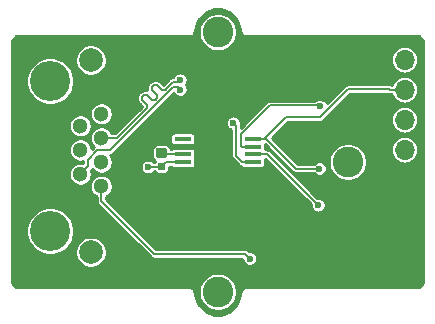
<source format=gbr>
G04 #@! TF.GenerationSoftware,KiCad,Pcbnew,(5.1.4-0)*
G04 #@! TF.CreationDate,2019-10-27T21:20:05-04:00*
G04 #@! TF.ProjectId,DifferentialSPIEncoder,44696666-6572-4656-9e74-69616c535049,rev?*
G04 #@! TF.SameCoordinates,Original*
G04 #@! TF.FileFunction,Copper,L2,Bot*
G04 #@! TF.FilePolarity,Positive*
%FSLAX46Y46*%
G04 Gerber Fmt 4.6, Leading zero omitted, Abs format (unit mm)*
G04 Created by KiCad (PCBNEW (5.1.4-0)) date 2019-10-27 21:20:05*
%MOMM*%
%LPD*%
G04 APERTURE LIST*
%ADD10C,2.600000*%
%ADD11O,1.700000X1.700000*%
%ADD12R,1.700000X1.700000*%
%ADD13C,0.100000*%
%ADD14C,0.875000*%
%ADD15C,2.000000*%
%ADD16C,3.400000*%
%ADD17C,1.300000*%
%ADD18R,1.200000X1.200000*%
%ADD19C,0.590000*%
%ADD20R,1.450000X0.450000*%
%ADD21C,0.600000*%
%ADD22C,0.152400*%
%ADD23C,0.200000*%
%ADD24C,0.254000*%
G04 APERTURE END LIST*
D10*
X124100000Y-66000000D03*
X113100000Y-77000000D03*
X113100000Y-55000000D03*
D11*
X128900000Y-57340000D03*
X128900000Y-59880000D03*
X128900000Y-62420000D03*
X128900000Y-64960000D03*
D12*
X128900000Y-67500000D03*
D13*
G36*
X108587691Y-63198553D02*
G01*
X108608926Y-63201703D01*
X108629750Y-63206919D01*
X108649962Y-63214151D01*
X108669368Y-63223330D01*
X108687781Y-63234366D01*
X108705024Y-63247154D01*
X108720930Y-63261570D01*
X108735346Y-63277476D01*
X108748134Y-63294719D01*
X108759170Y-63313132D01*
X108768349Y-63332538D01*
X108775581Y-63352750D01*
X108780797Y-63373574D01*
X108783947Y-63394809D01*
X108785000Y-63416250D01*
X108785000Y-63853750D01*
X108783947Y-63875191D01*
X108780797Y-63896426D01*
X108775581Y-63917250D01*
X108768349Y-63937462D01*
X108759170Y-63956868D01*
X108748134Y-63975281D01*
X108735346Y-63992524D01*
X108720930Y-64008430D01*
X108705024Y-64022846D01*
X108687781Y-64035634D01*
X108669368Y-64046670D01*
X108649962Y-64055849D01*
X108629750Y-64063081D01*
X108608926Y-64068297D01*
X108587691Y-64071447D01*
X108566250Y-64072500D01*
X108053750Y-64072500D01*
X108032309Y-64071447D01*
X108011074Y-64068297D01*
X107990250Y-64063081D01*
X107970038Y-64055849D01*
X107950632Y-64046670D01*
X107932219Y-64035634D01*
X107914976Y-64022846D01*
X107899070Y-64008430D01*
X107884654Y-63992524D01*
X107871866Y-63975281D01*
X107860830Y-63956868D01*
X107851651Y-63937462D01*
X107844419Y-63917250D01*
X107839203Y-63896426D01*
X107836053Y-63875191D01*
X107835000Y-63853750D01*
X107835000Y-63416250D01*
X107836053Y-63394809D01*
X107839203Y-63373574D01*
X107844419Y-63352750D01*
X107851651Y-63332538D01*
X107860830Y-63313132D01*
X107871866Y-63294719D01*
X107884654Y-63277476D01*
X107899070Y-63261570D01*
X107914976Y-63247154D01*
X107932219Y-63234366D01*
X107950632Y-63223330D01*
X107970038Y-63214151D01*
X107990250Y-63206919D01*
X108011074Y-63201703D01*
X108032309Y-63198553D01*
X108053750Y-63197500D01*
X108566250Y-63197500D01*
X108587691Y-63198553D01*
X108587691Y-63198553D01*
G37*
D14*
X108310000Y-63635000D03*
D13*
G36*
X108587691Y-64773553D02*
G01*
X108608926Y-64776703D01*
X108629750Y-64781919D01*
X108649962Y-64789151D01*
X108669368Y-64798330D01*
X108687781Y-64809366D01*
X108705024Y-64822154D01*
X108720930Y-64836570D01*
X108735346Y-64852476D01*
X108748134Y-64869719D01*
X108759170Y-64888132D01*
X108768349Y-64907538D01*
X108775581Y-64927750D01*
X108780797Y-64948574D01*
X108783947Y-64969809D01*
X108785000Y-64991250D01*
X108785000Y-65428750D01*
X108783947Y-65450191D01*
X108780797Y-65471426D01*
X108775581Y-65492250D01*
X108768349Y-65512462D01*
X108759170Y-65531868D01*
X108748134Y-65550281D01*
X108735346Y-65567524D01*
X108720930Y-65583430D01*
X108705024Y-65597846D01*
X108687781Y-65610634D01*
X108669368Y-65621670D01*
X108649962Y-65630849D01*
X108629750Y-65638081D01*
X108608926Y-65643297D01*
X108587691Y-65646447D01*
X108566250Y-65647500D01*
X108053750Y-65647500D01*
X108032309Y-65646447D01*
X108011074Y-65643297D01*
X107990250Y-65638081D01*
X107970038Y-65630849D01*
X107950632Y-65621670D01*
X107932219Y-65610634D01*
X107914976Y-65597846D01*
X107899070Y-65583430D01*
X107884654Y-65567524D01*
X107871866Y-65550281D01*
X107860830Y-65531868D01*
X107851651Y-65512462D01*
X107844419Y-65492250D01*
X107839203Y-65471426D01*
X107836053Y-65450191D01*
X107835000Y-65428750D01*
X107835000Y-64991250D01*
X107836053Y-64969809D01*
X107839203Y-64948574D01*
X107844419Y-64927750D01*
X107851651Y-64907538D01*
X107860830Y-64888132D01*
X107871866Y-64869719D01*
X107884654Y-64852476D01*
X107899070Y-64836570D01*
X107914976Y-64822154D01*
X107932219Y-64809366D01*
X107950632Y-64798330D01*
X107970038Y-64789151D01*
X107990250Y-64781919D01*
X108011074Y-64776703D01*
X108032309Y-64773553D01*
X108053750Y-64772500D01*
X108566250Y-64772500D01*
X108587691Y-64773553D01*
X108587691Y-64773553D01*
G37*
D14*
X108310000Y-65210000D03*
D15*
X102342680Y-73635800D03*
X102342680Y-57375800D03*
D16*
X98912680Y-59155800D03*
X98912680Y-71855800D03*
D17*
X103232680Y-61925800D03*
X103232680Y-63965800D03*
X103232680Y-66005800D03*
X103232680Y-68045800D03*
X101452680Y-62945800D03*
X101452680Y-64985800D03*
X101452680Y-67025800D03*
D18*
X101452680Y-69065800D03*
D13*
G36*
X108506958Y-67070710D02*
G01*
X108521276Y-67072834D01*
X108535317Y-67076351D01*
X108548946Y-67081228D01*
X108562031Y-67087417D01*
X108574447Y-67094858D01*
X108586073Y-67103481D01*
X108596798Y-67113202D01*
X108606519Y-67123927D01*
X108615142Y-67135553D01*
X108622583Y-67147969D01*
X108628772Y-67161054D01*
X108633649Y-67174683D01*
X108637166Y-67188724D01*
X108639290Y-67203042D01*
X108640000Y-67217500D01*
X108640000Y-67512500D01*
X108639290Y-67526958D01*
X108637166Y-67541276D01*
X108633649Y-67555317D01*
X108628772Y-67568946D01*
X108622583Y-67582031D01*
X108615142Y-67594447D01*
X108606519Y-67606073D01*
X108596798Y-67616798D01*
X108586073Y-67626519D01*
X108574447Y-67635142D01*
X108562031Y-67642583D01*
X108548946Y-67648772D01*
X108535317Y-67653649D01*
X108521276Y-67657166D01*
X108506958Y-67659290D01*
X108492500Y-67660000D01*
X108147500Y-67660000D01*
X108133042Y-67659290D01*
X108118724Y-67657166D01*
X108104683Y-67653649D01*
X108091054Y-67648772D01*
X108077969Y-67642583D01*
X108065553Y-67635142D01*
X108053927Y-67626519D01*
X108043202Y-67616798D01*
X108033481Y-67606073D01*
X108024858Y-67594447D01*
X108017417Y-67582031D01*
X108011228Y-67568946D01*
X108006351Y-67555317D01*
X108002834Y-67541276D01*
X108000710Y-67526958D01*
X108000000Y-67512500D01*
X108000000Y-67217500D01*
X108000710Y-67203042D01*
X108002834Y-67188724D01*
X108006351Y-67174683D01*
X108011228Y-67161054D01*
X108017417Y-67147969D01*
X108024858Y-67135553D01*
X108033481Y-67123927D01*
X108043202Y-67113202D01*
X108053927Y-67103481D01*
X108065553Y-67094858D01*
X108077969Y-67087417D01*
X108091054Y-67081228D01*
X108104683Y-67076351D01*
X108118724Y-67072834D01*
X108133042Y-67070710D01*
X108147500Y-67070000D01*
X108492500Y-67070000D01*
X108506958Y-67070710D01*
X108506958Y-67070710D01*
G37*
D19*
X108320000Y-67365000D03*
D13*
G36*
X108506958Y-66100710D02*
G01*
X108521276Y-66102834D01*
X108535317Y-66106351D01*
X108548946Y-66111228D01*
X108562031Y-66117417D01*
X108574447Y-66124858D01*
X108586073Y-66133481D01*
X108596798Y-66143202D01*
X108606519Y-66153927D01*
X108615142Y-66165553D01*
X108622583Y-66177969D01*
X108628772Y-66191054D01*
X108633649Y-66204683D01*
X108637166Y-66218724D01*
X108639290Y-66233042D01*
X108640000Y-66247500D01*
X108640000Y-66542500D01*
X108639290Y-66556958D01*
X108637166Y-66571276D01*
X108633649Y-66585317D01*
X108628772Y-66598946D01*
X108622583Y-66612031D01*
X108615142Y-66624447D01*
X108606519Y-66636073D01*
X108596798Y-66646798D01*
X108586073Y-66656519D01*
X108574447Y-66665142D01*
X108562031Y-66672583D01*
X108548946Y-66678772D01*
X108535317Y-66683649D01*
X108521276Y-66687166D01*
X108506958Y-66689290D01*
X108492500Y-66690000D01*
X108147500Y-66690000D01*
X108133042Y-66689290D01*
X108118724Y-66687166D01*
X108104683Y-66683649D01*
X108091054Y-66678772D01*
X108077969Y-66672583D01*
X108065553Y-66665142D01*
X108053927Y-66656519D01*
X108043202Y-66646798D01*
X108033481Y-66636073D01*
X108024858Y-66624447D01*
X108017417Y-66612031D01*
X108011228Y-66598946D01*
X108006351Y-66585317D01*
X108002834Y-66571276D01*
X108000710Y-66556958D01*
X108000000Y-66542500D01*
X108000000Y-66247500D01*
X108000710Y-66233042D01*
X108002834Y-66218724D01*
X108006351Y-66204683D01*
X108011228Y-66191054D01*
X108017417Y-66177969D01*
X108024858Y-66165553D01*
X108033481Y-66153927D01*
X108043202Y-66143202D01*
X108053927Y-66133481D01*
X108065553Y-66124858D01*
X108077969Y-66117417D01*
X108091054Y-66111228D01*
X108104683Y-66106351D01*
X108118724Y-66102834D01*
X108133042Y-66100710D01*
X108147500Y-66100000D01*
X108492500Y-66100000D01*
X108506958Y-66100710D01*
X108506958Y-66100710D01*
G37*
D19*
X108320000Y-66395000D03*
D20*
X116030800Y-64039200D03*
X116030800Y-64689200D03*
X116030800Y-65339200D03*
X116030800Y-65989200D03*
X116030800Y-66639200D03*
X116030800Y-67289200D03*
X116030800Y-67939200D03*
X110130800Y-67939200D03*
X110130800Y-67289200D03*
X110130800Y-66639200D03*
X110130800Y-65989200D03*
X110130800Y-65339200D03*
X110130800Y-64689200D03*
X110130800Y-64039200D03*
D21*
X115800000Y-74175000D03*
X107180000Y-66420000D03*
X124774960Y-73680320D03*
X114249200Y-57912000D03*
X113751360Y-70078600D03*
X121739660Y-70591680D03*
X110400000Y-72250000D03*
X127250000Y-74750000D03*
X119898160Y-73715880D03*
X122697240Y-68869560D03*
X121808240Y-59019440D03*
X121071640Y-63474600D03*
X109550000Y-62350000D03*
X113736120Y-64256920D03*
X112100000Y-68900000D03*
X121700000Y-66550000D03*
X121742200Y-61264800D03*
X121584325Y-69652031D03*
X114400000Y-62680000D03*
X109900000Y-59875000D03*
X109900000Y-59025000D03*
D22*
X103232680Y-68245800D02*
X103232680Y-69306460D01*
X115400001Y-73775001D02*
X107701221Y-73775001D01*
X107701221Y-73775001D02*
X106938110Y-73011890D01*
X115800000Y-74175000D02*
X115400001Y-73775001D01*
X103232680Y-69306460D02*
X106938110Y-73011890D01*
X108725800Y-65989200D02*
X108320000Y-66395000D01*
X110130800Y-65989200D02*
X108725800Y-65989200D01*
X107205000Y-66395000D02*
X107180000Y-66420000D01*
X108320000Y-66395000D02*
X107205000Y-66395000D01*
X116030800Y-67289200D02*
X116030800Y-66639200D01*
X115153400Y-67939200D02*
X115139980Y-67952620D01*
X116030800Y-67939200D02*
X115153400Y-67939200D01*
X115153400Y-67939200D02*
X114613140Y-67939200D01*
X114613140Y-67939200D02*
X114613140Y-67939200D01*
X116030800Y-67939200D02*
X116030800Y-67289200D01*
X110130800Y-67289200D02*
X110130800Y-66639200D01*
X116908200Y-64039200D02*
X116030800Y-64039200D01*
X117060800Y-64039200D02*
X116908200Y-64039200D01*
X119700000Y-66550000D02*
X117125000Y-63975000D01*
X117125000Y-63975000D02*
X117060800Y-64039200D01*
X121700000Y-66550000D02*
X119700000Y-66550000D01*
X118881335Y-62218665D02*
X121718665Y-62218665D01*
X117125000Y-63975000D02*
X118881335Y-62218665D01*
X127636584Y-59818665D02*
X124118665Y-59818665D01*
X127697919Y-59880000D02*
X127636584Y-59818665D01*
X128900000Y-59880000D02*
X127697919Y-59880000D01*
X121718665Y-62218665D02*
X124118665Y-59818665D01*
X115077199Y-63631319D02*
X117499598Y-61208920D01*
X115077199Y-64612999D02*
X115077199Y-63631319D01*
X115153400Y-64689200D02*
X115077199Y-64612999D01*
X116030800Y-64689200D02*
X115153400Y-64689200D01*
X121686320Y-61208920D02*
X121742200Y-61264800D01*
X117499598Y-61208920D02*
X121686320Y-61208920D01*
X117271494Y-65339200D02*
X116030800Y-65339200D01*
X121584325Y-69652031D02*
X117271494Y-65339200D01*
X114628881Y-65464681D02*
X114628881Y-62908881D01*
X115153400Y-65989200D02*
X114628881Y-65464681D01*
X114628881Y-62908881D02*
X114400000Y-62680000D01*
X116030800Y-65989200D02*
X115153400Y-65989200D01*
D23*
X109700000Y-59675000D02*
X109468200Y-59675000D01*
X109900000Y-59875000D02*
X109700000Y-59675000D01*
D22*
X102102679Y-66375801D02*
X102102679Y-65797321D01*
X101452680Y-67025800D02*
X102102679Y-66375801D01*
X102102679Y-65797321D02*
X102900000Y-65000000D01*
X102900000Y-65000000D02*
X103975000Y-65000000D01*
X109300000Y-59675000D02*
X104325000Y-64650000D01*
X104325000Y-64650000D02*
X104400000Y-64575000D01*
X109468200Y-59675000D02*
X109300000Y-59675000D01*
X103975000Y-65000000D02*
X104325000Y-64650000D01*
D23*
X109900000Y-59025000D02*
X109700000Y-59225000D01*
X109350000Y-59225000D02*
X109281800Y-59225000D01*
X109700000Y-59225000D02*
X109350000Y-59225000D01*
D22*
X109318934Y-59225000D02*
X109350000Y-59225000D01*
X108825086Y-59718848D02*
X109318934Y-59225000D01*
X108719022Y-59824913D02*
X108825086Y-59718848D01*
X108540481Y-59910896D02*
X108605976Y-59895946D01*
X108473303Y-59910895D02*
X108540481Y-59910896D01*
X108347282Y-59866799D02*
X108407808Y-59895947D01*
X108605976Y-59895946D02*
X108666502Y-59866798D01*
X108294759Y-59824914D02*
X108347282Y-59866799D01*
X107898868Y-59471038D02*
X107959393Y-59500186D01*
X107833373Y-59456090D02*
X107898868Y-59471038D01*
X108666502Y-59866798D02*
X108719022Y-59824913D01*
X107766195Y-59456089D02*
X107833373Y-59456090D01*
X107640175Y-59500185D02*
X107700700Y-59471039D01*
X106653142Y-60636319D02*
X106653143Y-60569139D01*
X107516618Y-59655119D02*
X107545766Y-59594593D01*
X107501670Y-59720612D02*
X107516618Y-59655119D01*
X107107948Y-61276247D02*
X107093000Y-61210752D01*
X106984846Y-60304617D02*
X107050341Y-60319565D01*
X107501669Y-59787792D02*
X107501670Y-59720612D01*
X107870494Y-60249176D02*
X107587652Y-59966334D01*
X107587652Y-59542070D02*
X107640175Y-59500185D01*
X107956475Y-60427720D02*
X107941527Y-60362225D01*
X106739125Y-60814861D02*
X106697240Y-60762338D01*
X107956476Y-60494898D02*
X107956475Y-60427720D01*
X107912380Y-60620918D02*
X107941526Y-60560393D01*
X107941526Y-60560393D02*
X107956476Y-60494898D01*
X107870494Y-60673440D02*
X107912380Y-60620918D01*
X107941527Y-60362225D02*
X107912379Y-60301700D01*
X108011916Y-59542071D02*
X108294759Y-59824914D01*
X107870495Y-60673440D02*
X107870494Y-60673440D01*
X107757449Y-60744473D02*
X107817975Y-60715325D01*
X107624776Y-60759422D02*
X107691954Y-60759423D01*
X107959393Y-59500186D02*
X108011916Y-59542071D01*
X107446232Y-60673441D02*
X107498755Y-60715326D01*
X107545767Y-59913811D02*
X107516619Y-59853285D01*
X107050341Y-60319565D02*
X107110866Y-60348713D01*
X107559281Y-60744474D02*
X107624776Y-60759422D01*
X106739125Y-60390597D02*
X106791648Y-60348712D01*
X106917668Y-60304616D02*
X106984846Y-60304617D01*
X107700700Y-59471039D02*
X107766195Y-59456089D01*
X107163389Y-60390598D02*
X107446232Y-60673441D01*
X106668091Y-60503646D02*
X106697239Y-60443120D01*
X106791648Y-60348712D02*
X106852173Y-60319566D01*
X108407808Y-59895947D02*
X108473303Y-59910895D01*
X103232680Y-63965800D02*
X104578134Y-63965800D01*
X107021967Y-61521967D02*
X107063853Y-61469445D01*
X106668092Y-60701812D02*
X106653142Y-60636319D01*
X104578134Y-63965800D02*
X107021967Y-61521967D01*
X106653143Y-60569139D02*
X106668091Y-60503646D01*
X106697240Y-60762338D02*
X106668092Y-60701812D01*
X107912379Y-60301700D02*
X107870494Y-60249176D01*
X107817975Y-60715325D02*
X107870495Y-60673440D01*
X107093000Y-61210752D02*
X107063852Y-61150227D01*
X107498755Y-60715326D02*
X107559281Y-60744474D01*
X107545766Y-59594593D02*
X107587652Y-59542070D01*
X106852173Y-60319566D02*
X106917668Y-60304616D01*
X107092999Y-61408920D02*
X107107949Y-61343425D01*
X107110866Y-60348713D02*
X107163389Y-60390598D01*
X107587652Y-59966334D02*
X107545767Y-59913811D01*
X107107949Y-61343425D02*
X107107948Y-61276247D01*
X107063852Y-61150227D02*
X107021967Y-61097703D01*
X107021967Y-61097703D02*
X106739125Y-60814861D01*
X107516619Y-59853285D02*
X107501669Y-59787792D01*
X107691954Y-60759423D02*
X107757449Y-60744473D01*
X107063853Y-61469445D02*
X107092999Y-61408920D01*
X106697239Y-60443120D02*
X106739125Y-60390597D01*
X108439200Y-65339200D02*
X108310000Y-65210000D01*
X110130800Y-65339200D02*
X108439200Y-65339200D01*
D24*
G36*
X114020958Y-53264272D02*
G01*
X114747133Y-53958286D01*
X115059110Y-55059604D01*
X115059455Y-55063105D01*
X115069235Y-55095345D01*
X115073321Y-55109770D01*
X115074593Y-55113009D01*
X115081012Y-55134170D01*
X115088140Y-55147505D01*
X115093664Y-55161572D01*
X115105601Y-55180173D01*
X115116019Y-55199663D01*
X115125605Y-55211344D01*
X115133773Y-55224071D01*
X115149115Y-55239991D01*
X115163131Y-55257069D01*
X115174814Y-55266657D01*
X115185305Y-55277543D01*
X115203453Y-55290160D01*
X115220537Y-55304181D01*
X115233869Y-55311307D01*
X115246280Y-55319936D01*
X115266537Y-55328769D01*
X115286030Y-55339188D01*
X115300498Y-55343577D01*
X115314353Y-55349618D01*
X115335944Y-55354329D01*
X115357095Y-55360745D01*
X115372141Y-55362227D01*
X115386908Y-55365449D01*
X115409001Y-55365857D01*
X115412481Y-55366200D01*
X115427551Y-55366200D01*
X115461158Y-55366821D01*
X115464613Y-55366200D01*
X130119669Y-55366200D01*
X130504850Y-55751382D01*
X130504849Y-76227019D01*
X130119669Y-76612200D01*
X115464613Y-76612200D01*
X115461158Y-76611579D01*
X115427551Y-76612200D01*
X115412481Y-76612200D01*
X115409001Y-76612543D01*
X115386908Y-76612951D01*
X115372141Y-76616173D01*
X115357095Y-76617655D01*
X115335944Y-76624071D01*
X115314353Y-76628782D01*
X115300498Y-76634823D01*
X115286030Y-76639212D01*
X115266537Y-76649631D01*
X115246280Y-76658464D01*
X115233869Y-76667093D01*
X115220537Y-76674219D01*
X115203453Y-76688240D01*
X115185305Y-76700857D01*
X115174815Y-76711742D01*
X115163131Y-76721331D01*
X115149111Y-76738414D01*
X115133774Y-76754329D01*
X115125609Y-76767051D01*
X115116019Y-76778737D01*
X115105600Y-76798230D01*
X115093664Y-76816828D01*
X115088140Y-76830895D01*
X115081012Y-76844230D01*
X115074593Y-76865391D01*
X115073321Y-76868630D01*
X115069235Y-76883055D01*
X115059455Y-76915295D01*
X115059110Y-76918796D01*
X114747133Y-78020113D01*
X114020958Y-78714127D01*
X113380832Y-78934029D01*
X112781167Y-78934029D01*
X112141043Y-78714128D01*
X111414866Y-78020115D01*
X111102890Y-76918798D01*
X111102545Y-76915295D01*
X111092761Y-76883041D01*
X111088679Y-76868631D01*
X111087408Y-76865396D01*
X111080988Y-76844230D01*
X111078597Y-76839755D01*
X111473000Y-76839755D01*
X111473000Y-77160245D01*
X111535525Y-77474578D01*
X111658172Y-77770673D01*
X111836227Y-78037152D01*
X112062848Y-78263773D01*
X112329327Y-78441828D01*
X112625422Y-78564475D01*
X112939755Y-78627000D01*
X113260245Y-78627000D01*
X113574578Y-78564475D01*
X113870673Y-78441828D01*
X114137152Y-78263773D01*
X114363773Y-78037152D01*
X114541828Y-77770673D01*
X114664475Y-77474578D01*
X114727000Y-77160245D01*
X114727000Y-76839755D01*
X114664475Y-76525422D01*
X114541828Y-76229327D01*
X114363773Y-75962848D01*
X114137152Y-75736227D01*
X113870673Y-75558172D01*
X113574578Y-75435525D01*
X113260245Y-75373000D01*
X112939755Y-75373000D01*
X112625422Y-75435525D01*
X112329327Y-75558172D01*
X112062848Y-75736227D01*
X111836227Y-75962848D01*
X111658172Y-76229327D01*
X111535525Y-76525422D01*
X111473000Y-76839755D01*
X111078597Y-76839755D01*
X111073857Y-76830889D01*
X111068335Y-76816828D01*
X111056404Y-76798236D01*
X111045981Y-76778737D01*
X111036390Y-76767050D01*
X111028226Y-76754329D01*
X111012890Y-76738416D01*
X110998869Y-76721331D01*
X110987181Y-76711739D01*
X110976694Y-76700857D01*
X110958555Y-76688246D01*
X110941463Y-76674219D01*
X110928122Y-76667088D01*
X110915719Y-76658465D01*
X110895475Y-76649637D01*
X110875970Y-76639212D01*
X110861497Y-76634822D01*
X110847646Y-76628782D01*
X110826058Y-76624072D01*
X110804905Y-76617655D01*
X110789859Y-76616173D01*
X110775092Y-76612951D01*
X110752999Y-76612543D01*
X110749519Y-76612200D01*
X110734450Y-76612200D01*
X110700843Y-76611579D01*
X110697388Y-76612200D01*
X96042331Y-76612200D01*
X95657149Y-76227019D01*
X95657149Y-71656158D01*
X96885680Y-71656158D01*
X96885680Y-72055442D01*
X96963576Y-72447054D01*
X97116376Y-72815945D01*
X97338206Y-73147937D01*
X97620543Y-73430274D01*
X97952535Y-73652104D01*
X98321426Y-73804904D01*
X98713038Y-73882800D01*
X99112322Y-73882800D01*
X99503934Y-73804904D01*
X99872825Y-73652104D01*
X100092829Y-73505102D01*
X101015680Y-73505102D01*
X101015680Y-73766498D01*
X101066676Y-74022872D01*
X101166708Y-74264370D01*
X101311932Y-74481713D01*
X101496767Y-74666548D01*
X101714110Y-74811772D01*
X101955608Y-74911804D01*
X102211982Y-74962800D01*
X102473378Y-74962800D01*
X102729752Y-74911804D01*
X102971250Y-74811772D01*
X103188593Y-74666548D01*
X103373428Y-74481713D01*
X103518652Y-74264370D01*
X103618684Y-74022872D01*
X103669680Y-73766498D01*
X103669680Y-73505102D01*
X103618684Y-73248728D01*
X103518652Y-73007230D01*
X103373428Y-72789887D01*
X103188593Y-72605052D01*
X102971250Y-72459828D01*
X102729752Y-72359796D01*
X102473378Y-72308800D01*
X102211982Y-72308800D01*
X101955608Y-72359796D01*
X101714110Y-72459828D01*
X101496767Y-72605052D01*
X101311932Y-72789887D01*
X101166708Y-73007230D01*
X101066676Y-73248728D01*
X101015680Y-73505102D01*
X100092829Y-73505102D01*
X100204817Y-73430274D01*
X100487154Y-73147937D01*
X100708984Y-72815945D01*
X100861784Y-72447054D01*
X100939680Y-72055442D01*
X100939680Y-71656158D01*
X100861784Y-71264546D01*
X100708984Y-70895655D01*
X100487154Y-70563663D01*
X100204817Y-70281326D01*
X99872825Y-70059496D01*
X99503934Y-69906696D01*
X99112322Y-69828800D01*
X98713038Y-69828800D01*
X98321426Y-69906696D01*
X97952535Y-70059496D01*
X97620543Y-70281326D01*
X97338206Y-70563663D01*
X97116376Y-70895655D01*
X96963576Y-71264546D01*
X96885680Y-71656158D01*
X95657149Y-71656158D01*
X95657149Y-64889574D01*
X100475680Y-64889574D01*
X100475680Y-65082026D01*
X100513226Y-65270780D01*
X100586874Y-65448583D01*
X100693795Y-65608601D01*
X100829879Y-65744685D01*
X100989897Y-65851606D01*
X101167700Y-65925254D01*
X101356454Y-65962800D01*
X101548906Y-65962800D01*
X101699480Y-65932849D01*
X101699480Y-66078751D01*
X101548906Y-66048800D01*
X101356454Y-66048800D01*
X101167700Y-66086346D01*
X100989897Y-66159994D01*
X100829879Y-66266915D01*
X100693795Y-66402999D01*
X100586874Y-66563017D01*
X100513226Y-66740820D01*
X100475680Y-66929574D01*
X100475680Y-67122026D01*
X100513226Y-67310780D01*
X100586874Y-67488583D01*
X100693795Y-67648601D01*
X100829879Y-67784685D01*
X100989897Y-67891606D01*
X101167700Y-67965254D01*
X101356454Y-68002800D01*
X101548906Y-68002800D01*
X101737660Y-67965254D01*
X101775515Y-67949574D01*
X102255680Y-67949574D01*
X102255680Y-68142026D01*
X102293226Y-68330780D01*
X102366874Y-68508583D01*
X102473795Y-68668601D01*
X102609879Y-68804685D01*
X102769897Y-68911606D01*
X102829481Y-68936286D01*
X102829481Y-69286659D01*
X102827531Y-69306460D01*
X102835315Y-69385501D01*
X102858371Y-69461504D01*
X102895811Y-69531549D01*
X102946197Y-69592944D01*
X102961572Y-69605562D01*
X106667003Y-73310994D01*
X106667008Y-73310998D01*
X107402116Y-74046107D01*
X107414737Y-74061485D01*
X107476132Y-74111871D01*
X107546177Y-74149311D01*
X107599124Y-74165372D01*
X107622179Y-74172366D01*
X107629552Y-74173092D01*
X107681423Y-74178201D01*
X107681430Y-74178201D01*
X107701221Y-74180150D01*
X107721012Y-74178201D01*
X115173000Y-74178201D01*
X115173000Y-74236754D01*
X115197095Y-74357889D01*
X115244360Y-74471996D01*
X115312977Y-74574689D01*
X115400311Y-74662023D01*
X115503004Y-74730640D01*
X115617111Y-74777905D01*
X115738246Y-74802000D01*
X115861754Y-74802000D01*
X115982889Y-74777905D01*
X116096996Y-74730640D01*
X116199689Y-74662023D01*
X116287023Y-74574689D01*
X116355640Y-74471996D01*
X116402905Y-74357889D01*
X116427000Y-74236754D01*
X116427000Y-74113246D01*
X116402905Y-73992111D01*
X116355640Y-73878004D01*
X116287023Y-73775311D01*
X116199689Y-73687977D01*
X116096996Y-73619360D01*
X115982889Y-73572095D01*
X115861754Y-73548000D01*
X115743210Y-73548000D01*
X115699108Y-73503897D01*
X115686485Y-73488517D01*
X115625090Y-73438131D01*
X115555045Y-73400691D01*
X115479042Y-73377636D01*
X115419799Y-73371801D01*
X115419792Y-73371801D01*
X115400001Y-73369852D01*
X115380210Y-73371801D01*
X107868232Y-73371801D01*
X107237218Y-72740788D01*
X107237214Y-72740783D01*
X103635880Y-69139450D01*
X103635880Y-68936286D01*
X103695463Y-68911606D01*
X103855481Y-68804685D01*
X103991565Y-68668601D01*
X104098486Y-68508583D01*
X104172134Y-68330780D01*
X104209680Y-68142026D01*
X104209680Y-67949574D01*
X104172134Y-67760820D01*
X104098486Y-67583017D01*
X103991565Y-67422999D01*
X103855481Y-67286915D01*
X103695463Y-67179994D01*
X103517660Y-67106346D01*
X103328906Y-67068800D01*
X103136454Y-67068800D01*
X102947700Y-67106346D01*
X102769897Y-67179994D01*
X102609879Y-67286915D01*
X102473795Y-67422999D01*
X102366874Y-67583017D01*
X102293226Y-67760820D01*
X102255680Y-67949574D01*
X101775515Y-67949574D01*
X101915463Y-67891606D01*
X102075481Y-67784685D01*
X102211565Y-67648601D01*
X102318486Y-67488583D01*
X102392134Y-67310780D01*
X102429680Y-67122026D01*
X102429680Y-66929574D01*
X102392134Y-66740820D01*
X102367454Y-66681237D01*
X102373789Y-66674902D01*
X102389163Y-66662285D01*
X102411245Y-66635379D01*
X102439548Y-66600891D01*
X102439549Y-66600890D01*
X102446540Y-66587811D01*
X102473795Y-66628601D01*
X102609879Y-66764685D01*
X102769897Y-66871606D01*
X102947700Y-66945254D01*
X103136454Y-66982800D01*
X103328906Y-66982800D01*
X103517660Y-66945254D01*
X103695463Y-66871606D01*
X103855481Y-66764685D01*
X103991565Y-66628601D01*
X104098486Y-66468583D01*
X104144188Y-66358246D01*
X106553000Y-66358246D01*
X106553000Y-66481754D01*
X106577095Y-66602889D01*
X106624360Y-66716996D01*
X106692977Y-66819689D01*
X106780311Y-66907023D01*
X106883004Y-66975640D01*
X106997111Y-67022905D01*
X107118246Y-67047000D01*
X107241754Y-67047000D01*
X107362889Y-67022905D01*
X107476996Y-66975640D01*
X107579689Y-66907023D01*
X107667023Y-66819689D01*
X107681381Y-66798200D01*
X107746950Y-66798200D01*
X107751652Y-66806997D01*
X107810859Y-66879141D01*
X107883003Y-66938348D01*
X107965311Y-66982342D01*
X108054621Y-67009434D01*
X108147500Y-67018582D01*
X108492500Y-67018582D01*
X108585379Y-67009434D01*
X108674689Y-66982342D01*
X108756997Y-66938348D01*
X108829141Y-66879141D01*
X108888348Y-66806997D01*
X108932342Y-66724689D01*
X108959434Y-66635379D01*
X108968582Y-66542500D01*
X108968582Y-66392400D01*
X109130269Y-66392400D01*
X109132594Y-66396750D01*
X109173457Y-66446543D01*
X109223250Y-66487406D01*
X109280057Y-66517770D01*
X109341697Y-66536468D01*
X109405800Y-66542782D01*
X110855800Y-66542782D01*
X110919903Y-66536468D01*
X110981543Y-66517770D01*
X111038350Y-66487406D01*
X111088143Y-66446543D01*
X111129006Y-66396750D01*
X111159370Y-66339943D01*
X111178068Y-66278303D01*
X111184382Y-66214200D01*
X111184382Y-65764200D01*
X111178068Y-65700097D01*
X111167179Y-65664200D01*
X111178068Y-65628303D01*
X111184382Y-65564200D01*
X111184382Y-65114200D01*
X111178068Y-65050097D01*
X111159370Y-64988457D01*
X111129006Y-64931650D01*
X111088143Y-64881857D01*
X111038350Y-64840994D01*
X110981543Y-64810630D01*
X110919903Y-64791932D01*
X110855800Y-64785618D01*
X109405800Y-64785618D01*
X109341697Y-64791932D01*
X109280057Y-64810630D01*
X109223250Y-64840994D01*
X109173457Y-64881857D01*
X109132594Y-64931650D01*
X109130269Y-64936000D01*
X109108140Y-64936000D01*
X109103065Y-64884471D01*
X109071919Y-64781795D01*
X109021340Y-64687169D01*
X108953272Y-64604228D01*
X108870331Y-64536160D01*
X108775705Y-64485581D01*
X108673029Y-64454435D01*
X108566250Y-64443918D01*
X108053750Y-64443918D01*
X107946971Y-64454435D01*
X107844295Y-64485581D01*
X107749669Y-64536160D01*
X107666728Y-64604228D01*
X107598660Y-64687169D01*
X107548081Y-64781795D01*
X107516935Y-64884471D01*
X107506418Y-64991250D01*
X107506418Y-65428750D01*
X107516935Y-65535529D01*
X107548081Y-65638205D01*
X107598660Y-65732831D01*
X107666728Y-65815772D01*
X107749669Y-65883840D01*
X107807614Y-65914813D01*
X107751652Y-65983003D01*
X107746950Y-65991800D01*
X107638512Y-65991800D01*
X107579689Y-65932977D01*
X107476996Y-65864360D01*
X107362889Y-65817095D01*
X107241754Y-65793000D01*
X107118246Y-65793000D01*
X106997111Y-65817095D01*
X106883004Y-65864360D01*
X106780311Y-65932977D01*
X106692977Y-66020311D01*
X106624360Y-66123004D01*
X106577095Y-66237111D01*
X106553000Y-66358246D01*
X104144188Y-66358246D01*
X104172134Y-66290780D01*
X104209680Y-66102026D01*
X104209680Y-65909574D01*
X104172134Y-65720820D01*
X104098486Y-65543017D01*
X104004429Y-65402251D01*
X104054041Y-65397365D01*
X104130044Y-65374310D01*
X104200089Y-65336870D01*
X104261484Y-65286484D01*
X104274107Y-65271103D01*
X104699104Y-64846106D01*
X105731010Y-63814200D01*
X109077218Y-63814200D01*
X109077218Y-64264200D01*
X109083532Y-64328303D01*
X109102230Y-64389943D01*
X109132594Y-64446750D01*
X109173457Y-64496543D01*
X109223250Y-64537406D01*
X109280057Y-64567770D01*
X109341697Y-64586468D01*
X109405800Y-64592782D01*
X110855800Y-64592782D01*
X110919903Y-64586468D01*
X110981543Y-64567770D01*
X111038350Y-64537406D01*
X111088143Y-64496543D01*
X111129006Y-64446750D01*
X111159370Y-64389943D01*
X111178068Y-64328303D01*
X111184382Y-64264200D01*
X111184382Y-63814200D01*
X111178068Y-63750097D01*
X111159370Y-63688457D01*
X111129006Y-63631650D01*
X111088143Y-63581857D01*
X111038350Y-63540994D01*
X110981543Y-63510630D01*
X110919903Y-63491932D01*
X110855800Y-63485618D01*
X109405800Y-63485618D01*
X109341697Y-63491932D01*
X109280057Y-63510630D01*
X109223250Y-63540994D01*
X109173457Y-63581857D01*
X109132594Y-63631650D01*
X109102230Y-63688457D01*
X109083532Y-63750097D01*
X109077218Y-63814200D01*
X105731010Y-63814200D01*
X106926964Y-62618246D01*
X113773000Y-62618246D01*
X113773000Y-62741754D01*
X113797095Y-62862889D01*
X113844360Y-62976996D01*
X113912977Y-63079689D01*
X114000311Y-63167023D01*
X114103004Y-63235640D01*
X114217111Y-63282905D01*
X114225682Y-63284610D01*
X114225681Y-65444890D01*
X114223732Y-65464681D01*
X114225681Y-65484472D01*
X114225681Y-65484478D01*
X114231516Y-65543721D01*
X114254571Y-65619724D01*
X114292011Y-65689769D01*
X114342397Y-65751165D01*
X114357778Y-65763788D01*
X114854296Y-66260307D01*
X114866916Y-66275684D01*
X114928311Y-66326070D01*
X114998356Y-66363510D01*
X115018014Y-66369473D01*
X115032594Y-66396750D01*
X115073457Y-66446543D01*
X115123250Y-66487406D01*
X115180057Y-66517770D01*
X115241697Y-66536468D01*
X115305800Y-66542782D01*
X116755800Y-66542782D01*
X116819903Y-66536468D01*
X116881543Y-66517770D01*
X116938350Y-66487406D01*
X116988143Y-66446543D01*
X117029006Y-66396750D01*
X117059370Y-66339943D01*
X117078068Y-66278303D01*
X117084382Y-66214200D01*
X117084382Y-65764200D01*
X117082235Y-65742400D01*
X117104484Y-65742400D01*
X120957325Y-69595242D01*
X120957325Y-69713785D01*
X120981420Y-69834920D01*
X121028685Y-69949027D01*
X121097302Y-70051720D01*
X121184636Y-70139054D01*
X121287329Y-70207671D01*
X121401436Y-70254936D01*
X121522571Y-70279031D01*
X121646079Y-70279031D01*
X121767214Y-70254936D01*
X121881321Y-70207671D01*
X121984014Y-70139054D01*
X122071348Y-70051720D01*
X122139965Y-69949027D01*
X122187230Y-69834920D01*
X122211325Y-69713785D01*
X122211325Y-69590277D01*
X122187230Y-69469142D01*
X122139965Y-69355035D01*
X122071348Y-69252342D01*
X121984014Y-69165008D01*
X121881321Y-69096391D01*
X121767214Y-69049126D01*
X121646079Y-69025031D01*
X121527536Y-69025031D01*
X117570601Y-65068097D01*
X117557978Y-65052716D01*
X117496583Y-65002330D01*
X117426538Y-64964890D01*
X117350535Y-64941835D01*
X117291292Y-64936000D01*
X117291285Y-64936000D01*
X117271494Y-64934051D01*
X117251703Y-64936000D01*
X117082235Y-64936000D01*
X117084382Y-64914200D01*
X117084382Y-64504592D01*
X119400898Y-66821109D01*
X119413516Y-66836484D01*
X119474911Y-66886870D01*
X119544956Y-66924310D01*
X119591234Y-66938348D01*
X119620958Y-66947365D01*
X119628331Y-66948091D01*
X119680202Y-66953200D01*
X119680209Y-66953200D01*
X119700000Y-66955149D01*
X119719791Y-66953200D01*
X121216488Y-66953200D01*
X121300311Y-67037023D01*
X121403004Y-67105640D01*
X121517111Y-67152905D01*
X121638246Y-67177000D01*
X121761754Y-67177000D01*
X121882889Y-67152905D01*
X121996996Y-67105640D01*
X122099689Y-67037023D01*
X122187023Y-66949689D01*
X122255640Y-66846996D01*
X122302905Y-66732889D01*
X122327000Y-66611754D01*
X122327000Y-66488246D01*
X122302905Y-66367111D01*
X122255640Y-66253004D01*
X122187023Y-66150311D01*
X122099689Y-66062977D01*
X121996996Y-65994360D01*
X121882889Y-65947095D01*
X121761754Y-65923000D01*
X121638246Y-65923000D01*
X121517111Y-65947095D01*
X121403004Y-65994360D01*
X121300311Y-66062977D01*
X121216488Y-66146800D01*
X119867011Y-66146800D01*
X119559966Y-65839755D01*
X122473000Y-65839755D01*
X122473000Y-66160245D01*
X122535525Y-66474578D01*
X122658172Y-66770673D01*
X122836227Y-67037152D01*
X123062848Y-67263773D01*
X123329327Y-67441828D01*
X123625422Y-67564475D01*
X123939755Y-67627000D01*
X124260245Y-67627000D01*
X124574578Y-67564475D01*
X124870673Y-67441828D01*
X125137152Y-67263773D01*
X125363773Y-67037152D01*
X125541828Y-66770673D01*
X125664475Y-66474578D01*
X125727000Y-66160245D01*
X125727000Y-65839755D01*
X125664475Y-65525422D01*
X125541828Y-65229327D01*
X125363773Y-64962848D01*
X125360925Y-64960000D01*
X127717306Y-64960000D01*
X127740031Y-65190732D01*
X127807333Y-65412597D01*
X127916626Y-65617070D01*
X128063709Y-65796291D01*
X128242930Y-65943374D01*
X128447403Y-66052667D01*
X128669268Y-66119969D01*
X128842188Y-66137000D01*
X128957812Y-66137000D01*
X129130732Y-66119969D01*
X129352597Y-66052667D01*
X129557070Y-65943374D01*
X129736291Y-65796291D01*
X129883374Y-65617070D01*
X129992667Y-65412597D01*
X130059969Y-65190732D01*
X130082694Y-64960000D01*
X130059969Y-64729268D01*
X129992667Y-64507403D01*
X129883374Y-64302930D01*
X129736291Y-64123709D01*
X129557070Y-63976626D01*
X129352597Y-63867333D01*
X129130732Y-63800031D01*
X128957812Y-63783000D01*
X128842188Y-63783000D01*
X128669268Y-63800031D01*
X128447403Y-63867333D01*
X128242930Y-63976626D01*
X128063709Y-64123709D01*
X127916626Y-64302930D01*
X127807333Y-64507403D01*
X127740031Y-64729268D01*
X127717306Y-64960000D01*
X125360925Y-64960000D01*
X125137152Y-64736227D01*
X124870673Y-64558172D01*
X124574578Y-64435525D01*
X124260245Y-64373000D01*
X123939755Y-64373000D01*
X123625422Y-64435525D01*
X123329327Y-64558172D01*
X123062848Y-64736227D01*
X122836227Y-64962848D01*
X122658172Y-65229327D01*
X122535525Y-65525422D01*
X122473000Y-65839755D01*
X119559966Y-65839755D01*
X117695210Y-63975000D01*
X119048345Y-62621865D01*
X121698874Y-62621865D01*
X121718665Y-62623814D01*
X121738456Y-62621865D01*
X121738463Y-62621865D01*
X121797706Y-62616030D01*
X121873709Y-62592975D01*
X121943754Y-62555535D01*
X122005149Y-62505149D01*
X122017772Y-62489768D01*
X122087540Y-62420000D01*
X127717306Y-62420000D01*
X127740031Y-62650732D01*
X127807333Y-62872597D01*
X127916626Y-63077070D01*
X128063709Y-63256291D01*
X128242930Y-63403374D01*
X128447403Y-63512667D01*
X128669268Y-63579969D01*
X128842188Y-63597000D01*
X128957812Y-63597000D01*
X129130732Y-63579969D01*
X129352597Y-63512667D01*
X129557070Y-63403374D01*
X129736291Y-63256291D01*
X129883374Y-63077070D01*
X129992667Y-62872597D01*
X130059969Y-62650732D01*
X130082694Y-62420000D01*
X130059969Y-62189268D01*
X129992667Y-61967403D01*
X129883374Y-61762930D01*
X129736291Y-61583709D01*
X129557070Y-61436626D01*
X129352597Y-61327333D01*
X129130732Y-61260031D01*
X128957812Y-61243000D01*
X128842188Y-61243000D01*
X128669268Y-61260031D01*
X128447403Y-61327333D01*
X128242930Y-61436626D01*
X128063709Y-61583709D01*
X127916626Y-61762930D01*
X127807333Y-61967403D01*
X127740031Y-62189268D01*
X127717306Y-62420000D01*
X122087540Y-62420000D01*
X124285676Y-60221865D01*
X127482175Y-60221865D01*
X127542875Y-60254310D01*
X127618878Y-60277365D01*
X127678121Y-60283200D01*
X127678129Y-60283200D01*
X127697919Y-60285149D01*
X127717710Y-60283200D01*
X127792349Y-60283200D01*
X127807333Y-60332597D01*
X127916626Y-60537070D01*
X128063709Y-60716291D01*
X128242930Y-60863374D01*
X128447403Y-60972667D01*
X128669268Y-61039969D01*
X128842188Y-61057000D01*
X128957812Y-61057000D01*
X129130732Y-61039969D01*
X129352597Y-60972667D01*
X129557070Y-60863374D01*
X129736291Y-60716291D01*
X129883374Y-60537070D01*
X129992667Y-60332597D01*
X130059969Y-60110732D01*
X130082694Y-59880000D01*
X130059969Y-59649268D01*
X129992667Y-59427403D01*
X129883374Y-59222930D01*
X129736291Y-59043709D01*
X129557070Y-58896626D01*
X129352597Y-58787333D01*
X129130732Y-58720031D01*
X128957812Y-58703000D01*
X128842188Y-58703000D01*
X128669268Y-58720031D01*
X128447403Y-58787333D01*
X128242930Y-58896626D01*
X128063709Y-59043709D01*
X127916626Y-59222930D01*
X127807333Y-59427403D01*
X127800717Y-59449213D01*
X127791628Y-59444355D01*
X127715625Y-59421300D01*
X127656382Y-59415465D01*
X127656375Y-59415465D01*
X127636584Y-59413516D01*
X127616793Y-59415465D01*
X124138456Y-59415465D01*
X124118665Y-59413516D01*
X124098874Y-59415465D01*
X124098867Y-59415465D01*
X124040660Y-59421198D01*
X124039624Y-59421300D01*
X123963620Y-59444355D01*
X123893576Y-59481795D01*
X123847559Y-59519560D01*
X123847558Y-59519561D01*
X123832181Y-59532181D01*
X123819563Y-59547556D01*
X122327562Y-61039558D01*
X122297840Y-60967804D01*
X122229223Y-60865111D01*
X122141889Y-60777777D01*
X122039196Y-60709160D01*
X121925089Y-60661895D01*
X121803954Y-60637800D01*
X121680446Y-60637800D01*
X121559311Y-60661895D01*
X121445204Y-60709160D01*
X121342511Y-60777777D01*
X121314568Y-60805720D01*
X117519389Y-60805720D01*
X117499598Y-60803771D01*
X117479807Y-60805720D01*
X117479800Y-60805720D01*
X117422872Y-60811327D01*
X117420557Y-60811555D01*
X117344553Y-60834610D01*
X117274509Y-60872050D01*
X117228492Y-60909815D01*
X117228491Y-60909816D01*
X117213114Y-60922436D01*
X117200496Y-60937811D01*
X115032081Y-63106227D01*
X115032081Y-62928672D01*
X115034030Y-62908881D01*
X115032081Y-62889090D01*
X115032081Y-62889083D01*
X115026246Y-62829840D01*
X115016119Y-62796456D01*
X115027000Y-62741754D01*
X115027000Y-62618246D01*
X115002905Y-62497111D01*
X114955640Y-62383004D01*
X114887023Y-62280311D01*
X114799689Y-62192977D01*
X114696996Y-62124360D01*
X114582889Y-62077095D01*
X114461754Y-62053000D01*
X114338246Y-62053000D01*
X114217111Y-62077095D01*
X114103004Y-62124360D01*
X114000311Y-62192977D01*
X113912977Y-62280311D01*
X113844360Y-62383004D01*
X113797095Y-62497111D01*
X113773000Y-62618246D01*
X106926964Y-62618246D01*
X109355918Y-60189293D01*
X109412977Y-60274689D01*
X109500311Y-60362023D01*
X109603004Y-60430640D01*
X109717111Y-60477905D01*
X109838246Y-60502000D01*
X109961754Y-60502000D01*
X110082889Y-60477905D01*
X110196996Y-60430640D01*
X110299689Y-60362023D01*
X110387023Y-60274689D01*
X110455640Y-60171996D01*
X110502905Y-60057889D01*
X110527000Y-59936754D01*
X110527000Y-59813246D01*
X110502905Y-59692111D01*
X110455640Y-59578004D01*
X110387023Y-59475311D01*
X110361712Y-59450000D01*
X110387023Y-59424689D01*
X110455640Y-59321996D01*
X110502905Y-59207889D01*
X110527000Y-59086754D01*
X110527000Y-58963246D01*
X110502905Y-58842111D01*
X110455640Y-58728004D01*
X110387023Y-58625311D01*
X110299689Y-58537977D01*
X110196996Y-58469360D01*
X110082889Y-58422095D01*
X109961754Y-58398000D01*
X109838246Y-58398000D01*
X109717111Y-58422095D01*
X109603004Y-58469360D01*
X109500311Y-58537977D01*
X109412977Y-58625311D01*
X109344360Y-58728004D01*
X109315367Y-58798000D01*
X109260822Y-58798000D01*
X109198093Y-58804178D01*
X109117604Y-58828595D01*
X109043424Y-58868245D01*
X108978405Y-58921605D01*
X108925045Y-58986624D01*
X108885395Y-59060804D01*
X108873409Y-59100314D01*
X108553979Y-59419745D01*
X108506890Y-59466834D01*
X108323078Y-59283022D01*
X108321463Y-59280678D01*
X108295083Y-59255028D01*
X108283022Y-59242967D01*
X108280822Y-59241161D01*
X108278783Y-59239179D01*
X108265464Y-59228558D01*
X108237005Y-59205202D01*
X108234493Y-59203859D01*
X108221829Y-59193760D01*
X108203019Y-59176470D01*
X108173943Y-59158764D01*
X108145346Y-59140231D01*
X108121600Y-59130783D01*
X108086531Y-59113894D01*
X108064344Y-59101223D01*
X108032074Y-59090437D01*
X108000068Y-59078731D01*
X107974808Y-59074803D01*
X107936862Y-59066142D01*
X107912419Y-59058727D01*
X107878535Y-59055389D01*
X107844731Y-59051100D01*
X107819242Y-59052890D01*
X107780327Y-59052890D01*
X107754825Y-59051099D01*
X107721045Y-59055386D01*
X107687160Y-59058723D01*
X107662696Y-59066144D01*
X107624754Y-59074804D01*
X107599511Y-59078730D01*
X107567523Y-59090428D01*
X107535213Y-59101228D01*
X107513027Y-59113900D01*
X107477973Y-59130780D01*
X107454222Y-59140230D01*
X107425641Y-59158752D01*
X107396557Y-59176462D01*
X107377737Y-59193761D01*
X107347307Y-59218028D01*
X107326263Y-59232520D01*
X107302519Y-59256939D01*
X107278105Y-59280677D01*
X107263613Y-59301721D01*
X107239342Y-59332155D01*
X107222048Y-59350969D01*
X107204331Y-59380063D01*
X107185813Y-59408636D01*
X107176366Y-59432380D01*
X107159474Y-59467455D01*
X107146804Y-59489640D01*
X107136007Y-59521942D01*
X107124311Y-59553922D01*
X107120385Y-59579169D01*
X107111723Y-59617118D01*
X107104307Y-59641566D01*
X107100968Y-59675461D01*
X107096680Y-59709252D01*
X107098470Y-59734740D01*
X107098470Y-59773662D01*
X107096679Y-59799164D01*
X107100965Y-59832933D01*
X107104303Y-59866827D01*
X107111725Y-59891297D01*
X107118639Y-59921586D01*
X107088335Y-59914669D01*
X107063892Y-59907254D01*
X107030008Y-59903916D01*
X106996204Y-59899627D01*
X106970715Y-59901417D01*
X106931800Y-59901417D01*
X106906298Y-59899626D01*
X106872518Y-59903913D01*
X106838633Y-59907250D01*
X106814169Y-59914671D01*
X106776227Y-59923331D01*
X106750984Y-59927257D01*
X106718996Y-59938955D01*
X106686686Y-59949755D01*
X106664500Y-59962427D01*
X106629446Y-59979307D01*
X106605695Y-59988757D01*
X106577114Y-60007279D01*
X106548030Y-60024989D01*
X106529210Y-60042288D01*
X106498780Y-60066555D01*
X106477736Y-60081047D01*
X106453992Y-60105466D01*
X106429578Y-60129204D01*
X106415086Y-60150248D01*
X106390815Y-60180682D01*
X106373521Y-60199496D01*
X106355804Y-60228590D01*
X106337286Y-60257163D01*
X106327839Y-60280907D01*
X106310947Y-60315982D01*
X106298277Y-60338167D01*
X106287480Y-60370469D01*
X106275784Y-60402449D01*
X106271858Y-60427696D01*
X106263196Y-60465645D01*
X106255780Y-60490093D01*
X106252441Y-60523988D01*
X106248153Y-60557779D01*
X106249943Y-60583267D01*
X106249943Y-60622189D01*
X106248152Y-60647691D01*
X106252438Y-60681460D01*
X106255776Y-60715354D01*
X106263198Y-60739824D01*
X106271859Y-60777762D01*
X106275785Y-60803009D01*
X106287487Y-60835007D01*
X106298283Y-60867302D01*
X106310952Y-60889484D01*
X106327839Y-60924550D01*
X106337285Y-60948291D01*
X106355805Y-60976868D01*
X106373522Y-61005962D01*
X106390815Y-61024775D01*
X106400913Y-61037438D01*
X106402256Y-61039950D01*
X106425612Y-61068409D01*
X106436233Y-61081728D01*
X106438215Y-61083767D01*
X106440021Y-61085967D01*
X106452082Y-61098028D01*
X106477732Y-61124408D01*
X106480076Y-61126023D01*
X106663889Y-61309835D01*
X104411124Y-63562600D01*
X104123166Y-63562600D01*
X104098486Y-63503017D01*
X103991565Y-63342999D01*
X103855481Y-63206915D01*
X103695463Y-63099994D01*
X103517660Y-63026346D01*
X103328906Y-62988800D01*
X103136454Y-62988800D01*
X102947700Y-63026346D01*
X102769897Y-63099994D01*
X102609879Y-63206915D01*
X102473795Y-63342999D01*
X102366874Y-63503017D01*
X102293226Y-63680820D01*
X102255680Y-63869574D01*
X102255680Y-64062026D01*
X102293226Y-64250780D01*
X102366874Y-64428583D01*
X102473795Y-64588601D01*
X102606842Y-64721648D01*
X102600898Y-64728891D01*
X102429680Y-64900109D01*
X102429680Y-64889574D01*
X102392134Y-64700820D01*
X102318486Y-64523017D01*
X102211565Y-64362999D01*
X102075481Y-64226915D01*
X101915463Y-64119994D01*
X101737660Y-64046346D01*
X101548906Y-64008800D01*
X101356454Y-64008800D01*
X101167700Y-64046346D01*
X100989897Y-64119994D01*
X100829879Y-64226915D01*
X100693795Y-64362999D01*
X100586874Y-64523017D01*
X100513226Y-64700820D01*
X100475680Y-64889574D01*
X95657149Y-64889574D01*
X95657149Y-62849574D01*
X100475680Y-62849574D01*
X100475680Y-63042026D01*
X100513226Y-63230780D01*
X100586874Y-63408583D01*
X100693795Y-63568601D01*
X100829879Y-63704685D01*
X100989897Y-63811606D01*
X101167700Y-63885254D01*
X101356454Y-63922800D01*
X101548906Y-63922800D01*
X101737660Y-63885254D01*
X101915463Y-63811606D01*
X102075481Y-63704685D01*
X102211565Y-63568601D01*
X102318486Y-63408583D01*
X102392134Y-63230780D01*
X102429680Y-63042026D01*
X102429680Y-62849574D01*
X102392134Y-62660820D01*
X102318486Y-62483017D01*
X102211565Y-62322999D01*
X102075481Y-62186915D01*
X101915463Y-62079994D01*
X101737660Y-62006346D01*
X101548906Y-61968800D01*
X101356454Y-61968800D01*
X101167700Y-62006346D01*
X100989897Y-62079994D01*
X100829879Y-62186915D01*
X100693795Y-62322999D01*
X100586874Y-62483017D01*
X100513226Y-62660820D01*
X100475680Y-62849574D01*
X95657149Y-62849574D01*
X95657149Y-61829574D01*
X102255680Y-61829574D01*
X102255680Y-62022026D01*
X102293226Y-62210780D01*
X102366874Y-62388583D01*
X102473795Y-62548601D01*
X102609879Y-62684685D01*
X102769897Y-62791606D01*
X102947700Y-62865254D01*
X103136454Y-62902800D01*
X103328906Y-62902800D01*
X103517660Y-62865254D01*
X103695463Y-62791606D01*
X103855481Y-62684685D01*
X103991565Y-62548601D01*
X104098486Y-62388583D01*
X104172134Y-62210780D01*
X104209680Y-62022026D01*
X104209680Y-61829574D01*
X104172134Y-61640820D01*
X104098486Y-61463017D01*
X103991565Y-61302999D01*
X103855481Y-61166915D01*
X103695463Y-61059994D01*
X103517660Y-60986346D01*
X103328906Y-60948800D01*
X103136454Y-60948800D01*
X102947700Y-60986346D01*
X102769897Y-61059994D01*
X102609879Y-61166915D01*
X102473795Y-61302999D01*
X102366874Y-61463017D01*
X102293226Y-61640820D01*
X102255680Y-61829574D01*
X95657149Y-61829574D01*
X95657149Y-58956158D01*
X96885680Y-58956158D01*
X96885680Y-59355442D01*
X96963576Y-59747054D01*
X97116376Y-60115945D01*
X97338206Y-60447937D01*
X97620543Y-60730274D01*
X97952535Y-60952104D01*
X98321426Y-61104904D01*
X98713038Y-61182800D01*
X99112322Y-61182800D01*
X99503934Y-61104904D01*
X99872825Y-60952104D01*
X100204817Y-60730274D01*
X100487154Y-60447937D01*
X100708984Y-60115945D01*
X100861784Y-59747054D01*
X100939680Y-59355442D01*
X100939680Y-58956158D01*
X100861784Y-58564546D01*
X100708984Y-58195655D01*
X100487154Y-57863663D01*
X100204817Y-57581326D01*
X99872825Y-57359496D01*
X99596655Y-57245102D01*
X101015680Y-57245102D01*
X101015680Y-57506498D01*
X101066676Y-57762872D01*
X101166708Y-58004370D01*
X101311932Y-58221713D01*
X101496767Y-58406548D01*
X101714110Y-58551772D01*
X101955608Y-58651804D01*
X102211982Y-58702800D01*
X102473378Y-58702800D01*
X102729752Y-58651804D01*
X102971250Y-58551772D01*
X103188593Y-58406548D01*
X103373428Y-58221713D01*
X103518652Y-58004370D01*
X103618684Y-57762872D01*
X103669680Y-57506498D01*
X103669680Y-57340000D01*
X127717306Y-57340000D01*
X127740031Y-57570732D01*
X127807333Y-57792597D01*
X127916626Y-57997070D01*
X128063709Y-58176291D01*
X128242930Y-58323374D01*
X128447403Y-58432667D01*
X128669268Y-58499969D01*
X128842188Y-58517000D01*
X128957812Y-58517000D01*
X129130732Y-58499969D01*
X129352597Y-58432667D01*
X129557070Y-58323374D01*
X129736291Y-58176291D01*
X129883374Y-57997070D01*
X129992667Y-57792597D01*
X130059969Y-57570732D01*
X130082694Y-57340000D01*
X130059969Y-57109268D01*
X129992667Y-56887403D01*
X129883374Y-56682930D01*
X129736291Y-56503709D01*
X129557070Y-56356626D01*
X129352597Y-56247333D01*
X129130732Y-56180031D01*
X128957812Y-56163000D01*
X128842188Y-56163000D01*
X128669268Y-56180031D01*
X128447403Y-56247333D01*
X128242930Y-56356626D01*
X128063709Y-56503709D01*
X127916626Y-56682930D01*
X127807333Y-56887403D01*
X127740031Y-57109268D01*
X127717306Y-57340000D01*
X103669680Y-57340000D01*
X103669680Y-57245102D01*
X103618684Y-56988728D01*
X103518652Y-56747230D01*
X103373428Y-56529887D01*
X103188593Y-56345052D01*
X102971250Y-56199828D01*
X102729752Y-56099796D01*
X102473378Y-56048800D01*
X102211982Y-56048800D01*
X101955608Y-56099796D01*
X101714110Y-56199828D01*
X101496767Y-56345052D01*
X101311932Y-56529887D01*
X101166708Y-56747230D01*
X101066676Y-56988728D01*
X101015680Y-57245102D01*
X99596655Y-57245102D01*
X99503934Y-57206696D01*
X99112322Y-57128800D01*
X98713038Y-57128800D01*
X98321426Y-57206696D01*
X97952535Y-57359496D01*
X97620543Y-57581326D01*
X97338206Y-57863663D01*
X97116376Y-58195655D01*
X96963576Y-58564546D01*
X96885680Y-58956158D01*
X95657149Y-58956158D01*
X95657149Y-55751380D01*
X96042330Y-55366200D01*
X110697388Y-55366200D01*
X110700843Y-55366821D01*
X110734450Y-55366200D01*
X110749519Y-55366200D01*
X110752999Y-55365857D01*
X110775092Y-55365449D01*
X110789859Y-55362227D01*
X110804905Y-55360745D01*
X110826058Y-55354328D01*
X110847646Y-55349618D01*
X110861497Y-55343578D01*
X110875970Y-55339188D01*
X110895475Y-55328763D01*
X110915719Y-55319935D01*
X110928122Y-55311312D01*
X110941463Y-55304181D01*
X110958555Y-55290154D01*
X110976694Y-55277543D01*
X110987181Y-55266661D01*
X110998869Y-55257069D01*
X111012890Y-55239984D01*
X111028226Y-55224071D01*
X111036389Y-55211350D01*
X111045981Y-55199663D01*
X111056406Y-55180160D01*
X111068335Y-55161571D01*
X111073856Y-55147513D01*
X111080988Y-55134170D01*
X111087409Y-55113004D01*
X111088679Y-55109769D01*
X111092761Y-55095359D01*
X111102545Y-55063105D01*
X111102890Y-55059602D01*
X111165167Y-54839755D01*
X111473000Y-54839755D01*
X111473000Y-55160245D01*
X111535525Y-55474578D01*
X111658172Y-55770673D01*
X111836227Y-56037152D01*
X112062848Y-56263773D01*
X112329327Y-56441828D01*
X112625422Y-56564475D01*
X112939755Y-56627000D01*
X113260245Y-56627000D01*
X113574578Y-56564475D01*
X113870673Y-56441828D01*
X114137152Y-56263773D01*
X114363773Y-56037152D01*
X114541828Y-55770673D01*
X114664475Y-55474578D01*
X114727000Y-55160245D01*
X114727000Y-54839755D01*
X114664475Y-54525422D01*
X114541828Y-54229327D01*
X114363773Y-53962848D01*
X114137152Y-53736227D01*
X113870673Y-53558172D01*
X113574578Y-53435525D01*
X113260245Y-53373000D01*
X112939755Y-53373000D01*
X112625422Y-53435525D01*
X112329327Y-53558172D01*
X112062848Y-53736227D01*
X111836227Y-53962848D01*
X111658172Y-54229327D01*
X111535525Y-54525422D01*
X111473000Y-54839755D01*
X111165167Y-54839755D01*
X111414866Y-53958284D01*
X112141043Y-53264271D01*
X112781167Y-53044370D01*
X113380832Y-53044370D01*
X114020958Y-53264272D01*
X114020958Y-53264272D01*
G37*
X114020958Y-53264272D02*
X114747133Y-53958286D01*
X115059110Y-55059604D01*
X115059455Y-55063105D01*
X115069235Y-55095345D01*
X115073321Y-55109770D01*
X115074593Y-55113009D01*
X115081012Y-55134170D01*
X115088140Y-55147505D01*
X115093664Y-55161572D01*
X115105601Y-55180173D01*
X115116019Y-55199663D01*
X115125605Y-55211344D01*
X115133773Y-55224071D01*
X115149115Y-55239991D01*
X115163131Y-55257069D01*
X115174814Y-55266657D01*
X115185305Y-55277543D01*
X115203453Y-55290160D01*
X115220537Y-55304181D01*
X115233869Y-55311307D01*
X115246280Y-55319936D01*
X115266537Y-55328769D01*
X115286030Y-55339188D01*
X115300498Y-55343577D01*
X115314353Y-55349618D01*
X115335944Y-55354329D01*
X115357095Y-55360745D01*
X115372141Y-55362227D01*
X115386908Y-55365449D01*
X115409001Y-55365857D01*
X115412481Y-55366200D01*
X115427551Y-55366200D01*
X115461158Y-55366821D01*
X115464613Y-55366200D01*
X130119669Y-55366200D01*
X130504850Y-55751382D01*
X130504849Y-76227019D01*
X130119669Y-76612200D01*
X115464613Y-76612200D01*
X115461158Y-76611579D01*
X115427551Y-76612200D01*
X115412481Y-76612200D01*
X115409001Y-76612543D01*
X115386908Y-76612951D01*
X115372141Y-76616173D01*
X115357095Y-76617655D01*
X115335944Y-76624071D01*
X115314353Y-76628782D01*
X115300498Y-76634823D01*
X115286030Y-76639212D01*
X115266537Y-76649631D01*
X115246280Y-76658464D01*
X115233869Y-76667093D01*
X115220537Y-76674219D01*
X115203453Y-76688240D01*
X115185305Y-76700857D01*
X115174815Y-76711742D01*
X115163131Y-76721331D01*
X115149111Y-76738414D01*
X115133774Y-76754329D01*
X115125609Y-76767051D01*
X115116019Y-76778737D01*
X115105600Y-76798230D01*
X115093664Y-76816828D01*
X115088140Y-76830895D01*
X115081012Y-76844230D01*
X115074593Y-76865391D01*
X115073321Y-76868630D01*
X115069235Y-76883055D01*
X115059455Y-76915295D01*
X115059110Y-76918796D01*
X114747133Y-78020113D01*
X114020958Y-78714127D01*
X113380832Y-78934029D01*
X112781167Y-78934029D01*
X112141043Y-78714128D01*
X111414866Y-78020115D01*
X111102890Y-76918798D01*
X111102545Y-76915295D01*
X111092761Y-76883041D01*
X111088679Y-76868631D01*
X111087408Y-76865396D01*
X111080988Y-76844230D01*
X111078597Y-76839755D01*
X111473000Y-76839755D01*
X111473000Y-77160245D01*
X111535525Y-77474578D01*
X111658172Y-77770673D01*
X111836227Y-78037152D01*
X112062848Y-78263773D01*
X112329327Y-78441828D01*
X112625422Y-78564475D01*
X112939755Y-78627000D01*
X113260245Y-78627000D01*
X113574578Y-78564475D01*
X113870673Y-78441828D01*
X114137152Y-78263773D01*
X114363773Y-78037152D01*
X114541828Y-77770673D01*
X114664475Y-77474578D01*
X114727000Y-77160245D01*
X114727000Y-76839755D01*
X114664475Y-76525422D01*
X114541828Y-76229327D01*
X114363773Y-75962848D01*
X114137152Y-75736227D01*
X113870673Y-75558172D01*
X113574578Y-75435525D01*
X113260245Y-75373000D01*
X112939755Y-75373000D01*
X112625422Y-75435525D01*
X112329327Y-75558172D01*
X112062848Y-75736227D01*
X111836227Y-75962848D01*
X111658172Y-76229327D01*
X111535525Y-76525422D01*
X111473000Y-76839755D01*
X111078597Y-76839755D01*
X111073857Y-76830889D01*
X111068335Y-76816828D01*
X111056404Y-76798236D01*
X111045981Y-76778737D01*
X111036390Y-76767050D01*
X111028226Y-76754329D01*
X111012890Y-76738416D01*
X110998869Y-76721331D01*
X110987181Y-76711739D01*
X110976694Y-76700857D01*
X110958555Y-76688246D01*
X110941463Y-76674219D01*
X110928122Y-76667088D01*
X110915719Y-76658465D01*
X110895475Y-76649637D01*
X110875970Y-76639212D01*
X110861497Y-76634822D01*
X110847646Y-76628782D01*
X110826058Y-76624072D01*
X110804905Y-76617655D01*
X110789859Y-76616173D01*
X110775092Y-76612951D01*
X110752999Y-76612543D01*
X110749519Y-76612200D01*
X110734450Y-76612200D01*
X110700843Y-76611579D01*
X110697388Y-76612200D01*
X96042331Y-76612200D01*
X95657149Y-76227019D01*
X95657149Y-71656158D01*
X96885680Y-71656158D01*
X96885680Y-72055442D01*
X96963576Y-72447054D01*
X97116376Y-72815945D01*
X97338206Y-73147937D01*
X97620543Y-73430274D01*
X97952535Y-73652104D01*
X98321426Y-73804904D01*
X98713038Y-73882800D01*
X99112322Y-73882800D01*
X99503934Y-73804904D01*
X99872825Y-73652104D01*
X100092829Y-73505102D01*
X101015680Y-73505102D01*
X101015680Y-73766498D01*
X101066676Y-74022872D01*
X101166708Y-74264370D01*
X101311932Y-74481713D01*
X101496767Y-74666548D01*
X101714110Y-74811772D01*
X101955608Y-74911804D01*
X102211982Y-74962800D01*
X102473378Y-74962800D01*
X102729752Y-74911804D01*
X102971250Y-74811772D01*
X103188593Y-74666548D01*
X103373428Y-74481713D01*
X103518652Y-74264370D01*
X103618684Y-74022872D01*
X103669680Y-73766498D01*
X103669680Y-73505102D01*
X103618684Y-73248728D01*
X103518652Y-73007230D01*
X103373428Y-72789887D01*
X103188593Y-72605052D01*
X102971250Y-72459828D01*
X102729752Y-72359796D01*
X102473378Y-72308800D01*
X102211982Y-72308800D01*
X101955608Y-72359796D01*
X101714110Y-72459828D01*
X101496767Y-72605052D01*
X101311932Y-72789887D01*
X101166708Y-73007230D01*
X101066676Y-73248728D01*
X101015680Y-73505102D01*
X100092829Y-73505102D01*
X100204817Y-73430274D01*
X100487154Y-73147937D01*
X100708984Y-72815945D01*
X100861784Y-72447054D01*
X100939680Y-72055442D01*
X100939680Y-71656158D01*
X100861784Y-71264546D01*
X100708984Y-70895655D01*
X100487154Y-70563663D01*
X100204817Y-70281326D01*
X99872825Y-70059496D01*
X99503934Y-69906696D01*
X99112322Y-69828800D01*
X98713038Y-69828800D01*
X98321426Y-69906696D01*
X97952535Y-70059496D01*
X97620543Y-70281326D01*
X97338206Y-70563663D01*
X97116376Y-70895655D01*
X96963576Y-71264546D01*
X96885680Y-71656158D01*
X95657149Y-71656158D01*
X95657149Y-64889574D01*
X100475680Y-64889574D01*
X100475680Y-65082026D01*
X100513226Y-65270780D01*
X100586874Y-65448583D01*
X100693795Y-65608601D01*
X100829879Y-65744685D01*
X100989897Y-65851606D01*
X101167700Y-65925254D01*
X101356454Y-65962800D01*
X101548906Y-65962800D01*
X101699480Y-65932849D01*
X101699480Y-66078751D01*
X101548906Y-66048800D01*
X101356454Y-66048800D01*
X101167700Y-66086346D01*
X100989897Y-66159994D01*
X100829879Y-66266915D01*
X100693795Y-66402999D01*
X100586874Y-66563017D01*
X100513226Y-66740820D01*
X100475680Y-66929574D01*
X100475680Y-67122026D01*
X100513226Y-67310780D01*
X100586874Y-67488583D01*
X100693795Y-67648601D01*
X100829879Y-67784685D01*
X100989897Y-67891606D01*
X101167700Y-67965254D01*
X101356454Y-68002800D01*
X101548906Y-68002800D01*
X101737660Y-67965254D01*
X101775515Y-67949574D01*
X102255680Y-67949574D01*
X102255680Y-68142026D01*
X102293226Y-68330780D01*
X102366874Y-68508583D01*
X102473795Y-68668601D01*
X102609879Y-68804685D01*
X102769897Y-68911606D01*
X102829481Y-68936286D01*
X102829481Y-69286659D01*
X102827531Y-69306460D01*
X102835315Y-69385501D01*
X102858371Y-69461504D01*
X102895811Y-69531549D01*
X102946197Y-69592944D01*
X102961572Y-69605562D01*
X106667003Y-73310994D01*
X106667008Y-73310998D01*
X107402116Y-74046107D01*
X107414737Y-74061485D01*
X107476132Y-74111871D01*
X107546177Y-74149311D01*
X107599124Y-74165372D01*
X107622179Y-74172366D01*
X107629552Y-74173092D01*
X107681423Y-74178201D01*
X107681430Y-74178201D01*
X107701221Y-74180150D01*
X107721012Y-74178201D01*
X115173000Y-74178201D01*
X115173000Y-74236754D01*
X115197095Y-74357889D01*
X115244360Y-74471996D01*
X115312977Y-74574689D01*
X115400311Y-74662023D01*
X115503004Y-74730640D01*
X115617111Y-74777905D01*
X115738246Y-74802000D01*
X115861754Y-74802000D01*
X115982889Y-74777905D01*
X116096996Y-74730640D01*
X116199689Y-74662023D01*
X116287023Y-74574689D01*
X116355640Y-74471996D01*
X116402905Y-74357889D01*
X116427000Y-74236754D01*
X116427000Y-74113246D01*
X116402905Y-73992111D01*
X116355640Y-73878004D01*
X116287023Y-73775311D01*
X116199689Y-73687977D01*
X116096996Y-73619360D01*
X115982889Y-73572095D01*
X115861754Y-73548000D01*
X115743210Y-73548000D01*
X115699108Y-73503897D01*
X115686485Y-73488517D01*
X115625090Y-73438131D01*
X115555045Y-73400691D01*
X115479042Y-73377636D01*
X115419799Y-73371801D01*
X115419792Y-73371801D01*
X115400001Y-73369852D01*
X115380210Y-73371801D01*
X107868232Y-73371801D01*
X107237218Y-72740788D01*
X107237214Y-72740783D01*
X103635880Y-69139450D01*
X103635880Y-68936286D01*
X103695463Y-68911606D01*
X103855481Y-68804685D01*
X103991565Y-68668601D01*
X104098486Y-68508583D01*
X104172134Y-68330780D01*
X104209680Y-68142026D01*
X104209680Y-67949574D01*
X104172134Y-67760820D01*
X104098486Y-67583017D01*
X103991565Y-67422999D01*
X103855481Y-67286915D01*
X103695463Y-67179994D01*
X103517660Y-67106346D01*
X103328906Y-67068800D01*
X103136454Y-67068800D01*
X102947700Y-67106346D01*
X102769897Y-67179994D01*
X102609879Y-67286915D01*
X102473795Y-67422999D01*
X102366874Y-67583017D01*
X102293226Y-67760820D01*
X102255680Y-67949574D01*
X101775515Y-67949574D01*
X101915463Y-67891606D01*
X102075481Y-67784685D01*
X102211565Y-67648601D01*
X102318486Y-67488583D01*
X102392134Y-67310780D01*
X102429680Y-67122026D01*
X102429680Y-66929574D01*
X102392134Y-66740820D01*
X102367454Y-66681237D01*
X102373789Y-66674902D01*
X102389163Y-66662285D01*
X102411245Y-66635379D01*
X102439548Y-66600891D01*
X102439549Y-66600890D01*
X102446540Y-66587811D01*
X102473795Y-66628601D01*
X102609879Y-66764685D01*
X102769897Y-66871606D01*
X102947700Y-66945254D01*
X103136454Y-66982800D01*
X103328906Y-66982800D01*
X103517660Y-66945254D01*
X103695463Y-66871606D01*
X103855481Y-66764685D01*
X103991565Y-66628601D01*
X104098486Y-66468583D01*
X104144188Y-66358246D01*
X106553000Y-66358246D01*
X106553000Y-66481754D01*
X106577095Y-66602889D01*
X106624360Y-66716996D01*
X106692977Y-66819689D01*
X106780311Y-66907023D01*
X106883004Y-66975640D01*
X106997111Y-67022905D01*
X107118246Y-67047000D01*
X107241754Y-67047000D01*
X107362889Y-67022905D01*
X107476996Y-66975640D01*
X107579689Y-66907023D01*
X107667023Y-66819689D01*
X107681381Y-66798200D01*
X107746950Y-66798200D01*
X107751652Y-66806997D01*
X107810859Y-66879141D01*
X107883003Y-66938348D01*
X107965311Y-66982342D01*
X108054621Y-67009434D01*
X108147500Y-67018582D01*
X108492500Y-67018582D01*
X108585379Y-67009434D01*
X108674689Y-66982342D01*
X108756997Y-66938348D01*
X108829141Y-66879141D01*
X108888348Y-66806997D01*
X108932342Y-66724689D01*
X108959434Y-66635379D01*
X108968582Y-66542500D01*
X108968582Y-66392400D01*
X109130269Y-66392400D01*
X109132594Y-66396750D01*
X109173457Y-66446543D01*
X109223250Y-66487406D01*
X109280057Y-66517770D01*
X109341697Y-66536468D01*
X109405800Y-66542782D01*
X110855800Y-66542782D01*
X110919903Y-66536468D01*
X110981543Y-66517770D01*
X111038350Y-66487406D01*
X111088143Y-66446543D01*
X111129006Y-66396750D01*
X111159370Y-66339943D01*
X111178068Y-66278303D01*
X111184382Y-66214200D01*
X111184382Y-65764200D01*
X111178068Y-65700097D01*
X111167179Y-65664200D01*
X111178068Y-65628303D01*
X111184382Y-65564200D01*
X111184382Y-65114200D01*
X111178068Y-65050097D01*
X111159370Y-64988457D01*
X111129006Y-64931650D01*
X111088143Y-64881857D01*
X111038350Y-64840994D01*
X110981543Y-64810630D01*
X110919903Y-64791932D01*
X110855800Y-64785618D01*
X109405800Y-64785618D01*
X109341697Y-64791932D01*
X109280057Y-64810630D01*
X109223250Y-64840994D01*
X109173457Y-64881857D01*
X109132594Y-64931650D01*
X109130269Y-64936000D01*
X109108140Y-64936000D01*
X109103065Y-64884471D01*
X109071919Y-64781795D01*
X109021340Y-64687169D01*
X108953272Y-64604228D01*
X108870331Y-64536160D01*
X108775705Y-64485581D01*
X108673029Y-64454435D01*
X108566250Y-64443918D01*
X108053750Y-64443918D01*
X107946971Y-64454435D01*
X107844295Y-64485581D01*
X107749669Y-64536160D01*
X107666728Y-64604228D01*
X107598660Y-64687169D01*
X107548081Y-64781795D01*
X107516935Y-64884471D01*
X107506418Y-64991250D01*
X107506418Y-65428750D01*
X107516935Y-65535529D01*
X107548081Y-65638205D01*
X107598660Y-65732831D01*
X107666728Y-65815772D01*
X107749669Y-65883840D01*
X107807614Y-65914813D01*
X107751652Y-65983003D01*
X107746950Y-65991800D01*
X107638512Y-65991800D01*
X107579689Y-65932977D01*
X107476996Y-65864360D01*
X107362889Y-65817095D01*
X107241754Y-65793000D01*
X107118246Y-65793000D01*
X106997111Y-65817095D01*
X106883004Y-65864360D01*
X106780311Y-65932977D01*
X106692977Y-66020311D01*
X106624360Y-66123004D01*
X106577095Y-66237111D01*
X106553000Y-66358246D01*
X104144188Y-66358246D01*
X104172134Y-66290780D01*
X104209680Y-66102026D01*
X104209680Y-65909574D01*
X104172134Y-65720820D01*
X104098486Y-65543017D01*
X104004429Y-65402251D01*
X104054041Y-65397365D01*
X104130044Y-65374310D01*
X104200089Y-65336870D01*
X104261484Y-65286484D01*
X104274107Y-65271103D01*
X104699104Y-64846106D01*
X105731010Y-63814200D01*
X109077218Y-63814200D01*
X109077218Y-64264200D01*
X109083532Y-64328303D01*
X109102230Y-64389943D01*
X109132594Y-64446750D01*
X109173457Y-64496543D01*
X109223250Y-64537406D01*
X109280057Y-64567770D01*
X109341697Y-64586468D01*
X109405800Y-64592782D01*
X110855800Y-64592782D01*
X110919903Y-64586468D01*
X110981543Y-64567770D01*
X111038350Y-64537406D01*
X111088143Y-64496543D01*
X111129006Y-64446750D01*
X111159370Y-64389943D01*
X111178068Y-64328303D01*
X111184382Y-64264200D01*
X111184382Y-63814200D01*
X111178068Y-63750097D01*
X111159370Y-63688457D01*
X111129006Y-63631650D01*
X111088143Y-63581857D01*
X111038350Y-63540994D01*
X110981543Y-63510630D01*
X110919903Y-63491932D01*
X110855800Y-63485618D01*
X109405800Y-63485618D01*
X109341697Y-63491932D01*
X109280057Y-63510630D01*
X109223250Y-63540994D01*
X109173457Y-63581857D01*
X109132594Y-63631650D01*
X109102230Y-63688457D01*
X109083532Y-63750097D01*
X109077218Y-63814200D01*
X105731010Y-63814200D01*
X106926964Y-62618246D01*
X113773000Y-62618246D01*
X113773000Y-62741754D01*
X113797095Y-62862889D01*
X113844360Y-62976996D01*
X113912977Y-63079689D01*
X114000311Y-63167023D01*
X114103004Y-63235640D01*
X114217111Y-63282905D01*
X114225682Y-63284610D01*
X114225681Y-65444890D01*
X114223732Y-65464681D01*
X114225681Y-65484472D01*
X114225681Y-65484478D01*
X114231516Y-65543721D01*
X114254571Y-65619724D01*
X114292011Y-65689769D01*
X114342397Y-65751165D01*
X114357778Y-65763788D01*
X114854296Y-66260307D01*
X114866916Y-66275684D01*
X114928311Y-66326070D01*
X114998356Y-66363510D01*
X115018014Y-66369473D01*
X115032594Y-66396750D01*
X115073457Y-66446543D01*
X115123250Y-66487406D01*
X115180057Y-66517770D01*
X115241697Y-66536468D01*
X115305800Y-66542782D01*
X116755800Y-66542782D01*
X116819903Y-66536468D01*
X116881543Y-66517770D01*
X116938350Y-66487406D01*
X116988143Y-66446543D01*
X117029006Y-66396750D01*
X117059370Y-66339943D01*
X117078068Y-66278303D01*
X117084382Y-66214200D01*
X117084382Y-65764200D01*
X117082235Y-65742400D01*
X117104484Y-65742400D01*
X120957325Y-69595242D01*
X120957325Y-69713785D01*
X120981420Y-69834920D01*
X121028685Y-69949027D01*
X121097302Y-70051720D01*
X121184636Y-70139054D01*
X121287329Y-70207671D01*
X121401436Y-70254936D01*
X121522571Y-70279031D01*
X121646079Y-70279031D01*
X121767214Y-70254936D01*
X121881321Y-70207671D01*
X121984014Y-70139054D01*
X122071348Y-70051720D01*
X122139965Y-69949027D01*
X122187230Y-69834920D01*
X122211325Y-69713785D01*
X122211325Y-69590277D01*
X122187230Y-69469142D01*
X122139965Y-69355035D01*
X122071348Y-69252342D01*
X121984014Y-69165008D01*
X121881321Y-69096391D01*
X121767214Y-69049126D01*
X121646079Y-69025031D01*
X121527536Y-69025031D01*
X117570601Y-65068097D01*
X117557978Y-65052716D01*
X117496583Y-65002330D01*
X117426538Y-64964890D01*
X117350535Y-64941835D01*
X117291292Y-64936000D01*
X117291285Y-64936000D01*
X117271494Y-64934051D01*
X117251703Y-64936000D01*
X117082235Y-64936000D01*
X117084382Y-64914200D01*
X117084382Y-64504592D01*
X119400898Y-66821109D01*
X119413516Y-66836484D01*
X119474911Y-66886870D01*
X119544956Y-66924310D01*
X119591234Y-66938348D01*
X119620958Y-66947365D01*
X119628331Y-66948091D01*
X119680202Y-66953200D01*
X119680209Y-66953200D01*
X119700000Y-66955149D01*
X119719791Y-66953200D01*
X121216488Y-66953200D01*
X121300311Y-67037023D01*
X121403004Y-67105640D01*
X121517111Y-67152905D01*
X121638246Y-67177000D01*
X121761754Y-67177000D01*
X121882889Y-67152905D01*
X121996996Y-67105640D01*
X122099689Y-67037023D01*
X122187023Y-66949689D01*
X122255640Y-66846996D01*
X122302905Y-66732889D01*
X122327000Y-66611754D01*
X122327000Y-66488246D01*
X122302905Y-66367111D01*
X122255640Y-66253004D01*
X122187023Y-66150311D01*
X122099689Y-66062977D01*
X121996996Y-65994360D01*
X121882889Y-65947095D01*
X121761754Y-65923000D01*
X121638246Y-65923000D01*
X121517111Y-65947095D01*
X121403004Y-65994360D01*
X121300311Y-66062977D01*
X121216488Y-66146800D01*
X119867011Y-66146800D01*
X119559966Y-65839755D01*
X122473000Y-65839755D01*
X122473000Y-66160245D01*
X122535525Y-66474578D01*
X122658172Y-66770673D01*
X122836227Y-67037152D01*
X123062848Y-67263773D01*
X123329327Y-67441828D01*
X123625422Y-67564475D01*
X123939755Y-67627000D01*
X124260245Y-67627000D01*
X124574578Y-67564475D01*
X124870673Y-67441828D01*
X125137152Y-67263773D01*
X125363773Y-67037152D01*
X125541828Y-66770673D01*
X125664475Y-66474578D01*
X125727000Y-66160245D01*
X125727000Y-65839755D01*
X125664475Y-65525422D01*
X125541828Y-65229327D01*
X125363773Y-64962848D01*
X125360925Y-64960000D01*
X127717306Y-64960000D01*
X127740031Y-65190732D01*
X127807333Y-65412597D01*
X127916626Y-65617070D01*
X128063709Y-65796291D01*
X128242930Y-65943374D01*
X128447403Y-66052667D01*
X128669268Y-66119969D01*
X128842188Y-66137000D01*
X128957812Y-66137000D01*
X129130732Y-66119969D01*
X129352597Y-66052667D01*
X129557070Y-65943374D01*
X129736291Y-65796291D01*
X129883374Y-65617070D01*
X129992667Y-65412597D01*
X130059969Y-65190732D01*
X130082694Y-64960000D01*
X130059969Y-64729268D01*
X129992667Y-64507403D01*
X129883374Y-64302930D01*
X129736291Y-64123709D01*
X129557070Y-63976626D01*
X129352597Y-63867333D01*
X129130732Y-63800031D01*
X128957812Y-63783000D01*
X128842188Y-63783000D01*
X128669268Y-63800031D01*
X128447403Y-63867333D01*
X128242930Y-63976626D01*
X128063709Y-64123709D01*
X127916626Y-64302930D01*
X127807333Y-64507403D01*
X127740031Y-64729268D01*
X127717306Y-64960000D01*
X125360925Y-64960000D01*
X125137152Y-64736227D01*
X124870673Y-64558172D01*
X124574578Y-64435525D01*
X124260245Y-64373000D01*
X123939755Y-64373000D01*
X123625422Y-64435525D01*
X123329327Y-64558172D01*
X123062848Y-64736227D01*
X122836227Y-64962848D01*
X122658172Y-65229327D01*
X122535525Y-65525422D01*
X122473000Y-65839755D01*
X119559966Y-65839755D01*
X117695210Y-63975000D01*
X119048345Y-62621865D01*
X121698874Y-62621865D01*
X121718665Y-62623814D01*
X121738456Y-62621865D01*
X121738463Y-62621865D01*
X121797706Y-62616030D01*
X121873709Y-62592975D01*
X121943754Y-62555535D01*
X122005149Y-62505149D01*
X122017772Y-62489768D01*
X122087540Y-62420000D01*
X127717306Y-62420000D01*
X127740031Y-62650732D01*
X127807333Y-62872597D01*
X127916626Y-63077070D01*
X128063709Y-63256291D01*
X128242930Y-63403374D01*
X128447403Y-63512667D01*
X128669268Y-63579969D01*
X128842188Y-63597000D01*
X128957812Y-63597000D01*
X129130732Y-63579969D01*
X129352597Y-63512667D01*
X129557070Y-63403374D01*
X129736291Y-63256291D01*
X129883374Y-63077070D01*
X129992667Y-62872597D01*
X130059969Y-62650732D01*
X130082694Y-62420000D01*
X130059969Y-62189268D01*
X129992667Y-61967403D01*
X129883374Y-61762930D01*
X129736291Y-61583709D01*
X129557070Y-61436626D01*
X129352597Y-61327333D01*
X129130732Y-61260031D01*
X128957812Y-61243000D01*
X128842188Y-61243000D01*
X128669268Y-61260031D01*
X128447403Y-61327333D01*
X128242930Y-61436626D01*
X128063709Y-61583709D01*
X127916626Y-61762930D01*
X127807333Y-61967403D01*
X127740031Y-62189268D01*
X127717306Y-62420000D01*
X122087540Y-62420000D01*
X124285676Y-60221865D01*
X127482175Y-60221865D01*
X127542875Y-60254310D01*
X127618878Y-60277365D01*
X127678121Y-60283200D01*
X127678129Y-60283200D01*
X127697919Y-60285149D01*
X127717710Y-60283200D01*
X127792349Y-60283200D01*
X127807333Y-60332597D01*
X127916626Y-60537070D01*
X128063709Y-60716291D01*
X128242930Y-60863374D01*
X128447403Y-60972667D01*
X128669268Y-61039969D01*
X128842188Y-61057000D01*
X128957812Y-61057000D01*
X129130732Y-61039969D01*
X129352597Y-60972667D01*
X129557070Y-60863374D01*
X129736291Y-60716291D01*
X129883374Y-60537070D01*
X129992667Y-60332597D01*
X130059969Y-60110732D01*
X130082694Y-59880000D01*
X130059969Y-59649268D01*
X129992667Y-59427403D01*
X129883374Y-59222930D01*
X129736291Y-59043709D01*
X129557070Y-58896626D01*
X129352597Y-58787333D01*
X129130732Y-58720031D01*
X128957812Y-58703000D01*
X128842188Y-58703000D01*
X128669268Y-58720031D01*
X128447403Y-58787333D01*
X128242930Y-58896626D01*
X128063709Y-59043709D01*
X127916626Y-59222930D01*
X127807333Y-59427403D01*
X127800717Y-59449213D01*
X127791628Y-59444355D01*
X127715625Y-59421300D01*
X127656382Y-59415465D01*
X127656375Y-59415465D01*
X127636584Y-59413516D01*
X127616793Y-59415465D01*
X124138456Y-59415465D01*
X124118665Y-59413516D01*
X124098874Y-59415465D01*
X124098867Y-59415465D01*
X124040660Y-59421198D01*
X124039624Y-59421300D01*
X123963620Y-59444355D01*
X123893576Y-59481795D01*
X123847559Y-59519560D01*
X123847558Y-59519561D01*
X123832181Y-59532181D01*
X123819563Y-59547556D01*
X122327562Y-61039558D01*
X122297840Y-60967804D01*
X122229223Y-60865111D01*
X122141889Y-60777777D01*
X122039196Y-60709160D01*
X121925089Y-60661895D01*
X121803954Y-60637800D01*
X121680446Y-60637800D01*
X121559311Y-60661895D01*
X121445204Y-60709160D01*
X121342511Y-60777777D01*
X121314568Y-60805720D01*
X117519389Y-60805720D01*
X117499598Y-60803771D01*
X117479807Y-60805720D01*
X117479800Y-60805720D01*
X117422872Y-60811327D01*
X117420557Y-60811555D01*
X117344553Y-60834610D01*
X117274509Y-60872050D01*
X117228492Y-60909815D01*
X117228491Y-60909816D01*
X117213114Y-60922436D01*
X117200496Y-60937811D01*
X115032081Y-63106227D01*
X115032081Y-62928672D01*
X115034030Y-62908881D01*
X115032081Y-62889090D01*
X115032081Y-62889083D01*
X115026246Y-62829840D01*
X115016119Y-62796456D01*
X115027000Y-62741754D01*
X115027000Y-62618246D01*
X115002905Y-62497111D01*
X114955640Y-62383004D01*
X114887023Y-62280311D01*
X114799689Y-62192977D01*
X114696996Y-62124360D01*
X114582889Y-62077095D01*
X114461754Y-62053000D01*
X114338246Y-62053000D01*
X114217111Y-62077095D01*
X114103004Y-62124360D01*
X114000311Y-62192977D01*
X113912977Y-62280311D01*
X113844360Y-62383004D01*
X113797095Y-62497111D01*
X113773000Y-62618246D01*
X106926964Y-62618246D01*
X109355918Y-60189293D01*
X109412977Y-60274689D01*
X109500311Y-60362023D01*
X109603004Y-60430640D01*
X109717111Y-60477905D01*
X109838246Y-60502000D01*
X109961754Y-60502000D01*
X110082889Y-60477905D01*
X110196996Y-60430640D01*
X110299689Y-60362023D01*
X110387023Y-60274689D01*
X110455640Y-60171996D01*
X110502905Y-60057889D01*
X110527000Y-59936754D01*
X110527000Y-59813246D01*
X110502905Y-59692111D01*
X110455640Y-59578004D01*
X110387023Y-59475311D01*
X110361712Y-59450000D01*
X110387023Y-59424689D01*
X110455640Y-59321996D01*
X110502905Y-59207889D01*
X110527000Y-59086754D01*
X110527000Y-58963246D01*
X110502905Y-58842111D01*
X110455640Y-58728004D01*
X110387023Y-58625311D01*
X110299689Y-58537977D01*
X110196996Y-58469360D01*
X110082889Y-58422095D01*
X109961754Y-58398000D01*
X109838246Y-58398000D01*
X109717111Y-58422095D01*
X109603004Y-58469360D01*
X109500311Y-58537977D01*
X109412977Y-58625311D01*
X109344360Y-58728004D01*
X109315367Y-58798000D01*
X109260822Y-58798000D01*
X109198093Y-58804178D01*
X109117604Y-58828595D01*
X109043424Y-58868245D01*
X108978405Y-58921605D01*
X108925045Y-58986624D01*
X108885395Y-59060804D01*
X108873409Y-59100314D01*
X108553979Y-59419745D01*
X108506890Y-59466834D01*
X108323078Y-59283022D01*
X108321463Y-59280678D01*
X108295083Y-59255028D01*
X108283022Y-59242967D01*
X108280822Y-59241161D01*
X108278783Y-59239179D01*
X108265464Y-59228558D01*
X108237005Y-59205202D01*
X108234493Y-59203859D01*
X108221829Y-59193760D01*
X108203019Y-59176470D01*
X108173943Y-59158764D01*
X108145346Y-59140231D01*
X108121600Y-59130783D01*
X108086531Y-59113894D01*
X108064344Y-59101223D01*
X108032074Y-59090437D01*
X108000068Y-59078731D01*
X107974808Y-59074803D01*
X107936862Y-59066142D01*
X107912419Y-59058727D01*
X107878535Y-59055389D01*
X107844731Y-59051100D01*
X107819242Y-59052890D01*
X107780327Y-59052890D01*
X107754825Y-59051099D01*
X107721045Y-59055386D01*
X107687160Y-59058723D01*
X107662696Y-59066144D01*
X107624754Y-59074804D01*
X107599511Y-59078730D01*
X107567523Y-59090428D01*
X107535213Y-59101228D01*
X107513027Y-59113900D01*
X107477973Y-59130780D01*
X107454222Y-59140230D01*
X107425641Y-59158752D01*
X107396557Y-59176462D01*
X107377737Y-59193761D01*
X107347307Y-59218028D01*
X107326263Y-59232520D01*
X107302519Y-59256939D01*
X107278105Y-59280677D01*
X107263613Y-59301721D01*
X107239342Y-59332155D01*
X107222048Y-59350969D01*
X107204331Y-59380063D01*
X107185813Y-59408636D01*
X107176366Y-59432380D01*
X107159474Y-59467455D01*
X107146804Y-59489640D01*
X107136007Y-59521942D01*
X107124311Y-59553922D01*
X107120385Y-59579169D01*
X107111723Y-59617118D01*
X107104307Y-59641566D01*
X107100968Y-59675461D01*
X107096680Y-59709252D01*
X107098470Y-59734740D01*
X107098470Y-59773662D01*
X107096679Y-59799164D01*
X107100965Y-59832933D01*
X107104303Y-59866827D01*
X107111725Y-59891297D01*
X107118639Y-59921586D01*
X107088335Y-59914669D01*
X107063892Y-59907254D01*
X107030008Y-59903916D01*
X106996204Y-59899627D01*
X106970715Y-59901417D01*
X106931800Y-59901417D01*
X106906298Y-59899626D01*
X106872518Y-59903913D01*
X106838633Y-59907250D01*
X106814169Y-59914671D01*
X106776227Y-59923331D01*
X106750984Y-59927257D01*
X106718996Y-59938955D01*
X106686686Y-59949755D01*
X106664500Y-59962427D01*
X106629446Y-59979307D01*
X106605695Y-59988757D01*
X106577114Y-60007279D01*
X106548030Y-60024989D01*
X106529210Y-60042288D01*
X106498780Y-60066555D01*
X106477736Y-60081047D01*
X106453992Y-60105466D01*
X106429578Y-60129204D01*
X106415086Y-60150248D01*
X106390815Y-60180682D01*
X106373521Y-60199496D01*
X106355804Y-60228590D01*
X106337286Y-60257163D01*
X106327839Y-60280907D01*
X106310947Y-60315982D01*
X106298277Y-60338167D01*
X106287480Y-60370469D01*
X106275784Y-60402449D01*
X106271858Y-60427696D01*
X106263196Y-60465645D01*
X106255780Y-60490093D01*
X106252441Y-60523988D01*
X106248153Y-60557779D01*
X106249943Y-60583267D01*
X106249943Y-60622189D01*
X106248152Y-60647691D01*
X106252438Y-60681460D01*
X106255776Y-60715354D01*
X106263198Y-60739824D01*
X106271859Y-60777762D01*
X106275785Y-60803009D01*
X106287487Y-60835007D01*
X106298283Y-60867302D01*
X106310952Y-60889484D01*
X106327839Y-60924550D01*
X106337285Y-60948291D01*
X106355805Y-60976868D01*
X106373522Y-61005962D01*
X106390815Y-61024775D01*
X106400913Y-61037438D01*
X106402256Y-61039950D01*
X106425612Y-61068409D01*
X106436233Y-61081728D01*
X106438215Y-61083767D01*
X106440021Y-61085967D01*
X106452082Y-61098028D01*
X106477732Y-61124408D01*
X106480076Y-61126023D01*
X106663889Y-61309835D01*
X104411124Y-63562600D01*
X104123166Y-63562600D01*
X104098486Y-63503017D01*
X103991565Y-63342999D01*
X103855481Y-63206915D01*
X103695463Y-63099994D01*
X103517660Y-63026346D01*
X103328906Y-62988800D01*
X103136454Y-62988800D01*
X102947700Y-63026346D01*
X102769897Y-63099994D01*
X102609879Y-63206915D01*
X102473795Y-63342999D01*
X102366874Y-63503017D01*
X102293226Y-63680820D01*
X102255680Y-63869574D01*
X102255680Y-64062026D01*
X102293226Y-64250780D01*
X102366874Y-64428583D01*
X102473795Y-64588601D01*
X102606842Y-64721648D01*
X102600898Y-64728891D01*
X102429680Y-64900109D01*
X102429680Y-64889574D01*
X102392134Y-64700820D01*
X102318486Y-64523017D01*
X102211565Y-64362999D01*
X102075481Y-64226915D01*
X101915463Y-64119994D01*
X101737660Y-64046346D01*
X101548906Y-64008800D01*
X101356454Y-64008800D01*
X101167700Y-64046346D01*
X100989897Y-64119994D01*
X100829879Y-64226915D01*
X100693795Y-64362999D01*
X100586874Y-64523017D01*
X100513226Y-64700820D01*
X100475680Y-64889574D01*
X95657149Y-64889574D01*
X95657149Y-62849574D01*
X100475680Y-62849574D01*
X100475680Y-63042026D01*
X100513226Y-63230780D01*
X100586874Y-63408583D01*
X100693795Y-63568601D01*
X100829879Y-63704685D01*
X100989897Y-63811606D01*
X101167700Y-63885254D01*
X101356454Y-63922800D01*
X101548906Y-63922800D01*
X101737660Y-63885254D01*
X101915463Y-63811606D01*
X102075481Y-63704685D01*
X102211565Y-63568601D01*
X102318486Y-63408583D01*
X102392134Y-63230780D01*
X102429680Y-63042026D01*
X102429680Y-62849574D01*
X102392134Y-62660820D01*
X102318486Y-62483017D01*
X102211565Y-62322999D01*
X102075481Y-62186915D01*
X101915463Y-62079994D01*
X101737660Y-62006346D01*
X101548906Y-61968800D01*
X101356454Y-61968800D01*
X101167700Y-62006346D01*
X100989897Y-62079994D01*
X100829879Y-62186915D01*
X100693795Y-62322999D01*
X100586874Y-62483017D01*
X100513226Y-62660820D01*
X100475680Y-62849574D01*
X95657149Y-62849574D01*
X95657149Y-61829574D01*
X102255680Y-61829574D01*
X102255680Y-62022026D01*
X102293226Y-62210780D01*
X102366874Y-62388583D01*
X102473795Y-62548601D01*
X102609879Y-62684685D01*
X102769897Y-62791606D01*
X102947700Y-62865254D01*
X103136454Y-62902800D01*
X103328906Y-62902800D01*
X103517660Y-62865254D01*
X103695463Y-62791606D01*
X103855481Y-62684685D01*
X103991565Y-62548601D01*
X104098486Y-62388583D01*
X104172134Y-62210780D01*
X104209680Y-62022026D01*
X104209680Y-61829574D01*
X104172134Y-61640820D01*
X104098486Y-61463017D01*
X103991565Y-61302999D01*
X103855481Y-61166915D01*
X103695463Y-61059994D01*
X103517660Y-60986346D01*
X103328906Y-60948800D01*
X103136454Y-60948800D01*
X102947700Y-60986346D01*
X102769897Y-61059994D01*
X102609879Y-61166915D01*
X102473795Y-61302999D01*
X102366874Y-61463017D01*
X102293226Y-61640820D01*
X102255680Y-61829574D01*
X95657149Y-61829574D01*
X95657149Y-58956158D01*
X96885680Y-58956158D01*
X96885680Y-59355442D01*
X96963576Y-59747054D01*
X97116376Y-60115945D01*
X97338206Y-60447937D01*
X97620543Y-60730274D01*
X97952535Y-60952104D01*
X98321426Y-61104904D01*
X98713038Y-61182800D01*
X99112322Y-61182800D01*
X99503934Y-61104904D01*
X99872825Y-60952104D01*
X100204817Y-60730274D01*
X100487154Y-60447937D01*
X100708984Y-60115945D01*
X100861784Y-59747054D01*
X100939680Y-59355442D01*
X100939680Y-58956158D01*
X100861784Y-58564546D01*
X100708984Y-58195655D01*
X100487154Y-57863663D01*
X100204817Y-57581326D01*
X99872825Y-57359496D01*
X99596655Y-57245102D01*
X101015680Y-57245102D01*
X101015680Y-57506498D01*
X101066676Y-57762872D01*
X101166708Y-58004370D01*
X101311932Y-58221713D01*
X101496767Y-58406548D01*
X101714110Y-58551772D01*
X101955608Y-58651804D01*
X102211982Y-58702800D01*
X102473378Y-58702800D01*
X102729752Y-58651804D01*
X102971250Y-58551772D01*
X103188593Y-58406548D01*
X103373428Y-58221713D01*
X103518652Y-58004370D01*
X103618684Y-57762872D01*
X103669680Y-57506498D01*
X103669680Y-57340000D01*
X127717306Y-57340000D01*
X127740031Y-57570732D01*
X127807333Y-57792597D01*
X127916626Y-57997070D01*
X128063709Y-58176291D01*
X128242930Y-58323374D01*
X128447403Y-58432667D01*
X128669268Y-58499969D01*
X128842188Y-58517000D01*
X128957812Y-58517000D01*
X129130732Y-58499969D01*
X129352597Y-58432667D01*
X129557070Y-58323374D01*
X129736291Y-58176291D01*
X129883374Y-57997070D01*
X129992667Y-57792597D01*
X130059969Y-57570732D01*
X130082694Y-57340000D01*
X130059969Y-57109268D01*
X129992667Y-56887403D01*
X129883374Y-56682930D01*
X129736291Y-56503709D01*
X129557070Y-56356626D01*
X129352597Y-56247333D01*
X129130732Y-56180031D01*
X128957812Y-56163000D01*
X128842188Y-56163000D01*
X128669268Y-56180031D01*
X128447403Y-56247333D01*
X128242930Y-56356626D01*
X128063709Y-56503709D01*
X127916626Y-56682930D01*
X127807333Y-56887403D01*
X127740031Y-57109268D01*
X127717306Y-57340000D01*
X103669680Y-57340000D01*
X103669680Y-57245102D01*
X103618684Y-56988728D01*
X103518652Y-56747230D01*
X103373428Y-56529887D01*
X103188593Y-56345052D01*
X102971250Y-56199828D01*
X102729752Y-56099796D01*
X102473378Y-56048800D01*
X102211982Y-56048800D01*
X101955608Y-56099796D01*
X101714110Y-56199828D01*
X101496767Y-56345052D01*
X101311932Y-56529887D01*
X101166708Y-56747230D01*
X101066676Y-56988728D01*
X101015680Y-57245102D01*
X99596655Y-57245102D01*
X99503934Y-57206696D01*
X99112322Y-57128800D01*
X98713038Y-57128800D01*
X98321426Y-57206696D01*
X97952535Y-57359496D01*
X97620543Y-57581326D01*
X97338206Y-57863663D01*
X97116376Y-58195655D01*
X96963576Y-58564546D01*
X96885680Y-58956158D01*
X95657149Y-58956158D01*
X95657149Y-55751380D01*
X96042330Y-55366200D01*
X110697388Y-55366200D01*
X110700843Y-55366821D01*
X110734450Y-55366200D01*
X110749519Y-55366200D01*
X110752999Y-55365857D01*
X110775092Y-55365449D01*
X110789859Y-55362227D01*
X110804905Y-55360745D01*
X110826058Y-55354328D01*
X110847646Y-55349618D01*
X110861497Y-55343578D01*
X110875970Y-55339188D01*
X110895475Y-55328763D01*
X110915719Y-55319935D01*
X110928122Y-55311312D01*
X110941463Y-55304181D01*
X110958555Y-55290154D01*
X110976694Y-55277543D01*
X110987181Y-55266661D01*
X110998869Y-55257069D01*
X111012890Y-55239984D01*
X111028226Y-55224071D01*
X111036389Y-55211350D01*
X111045981Y-55199663D01*
X111056406Y-55180160D01*
X111068335Y-55161571D01*
X111073856Y-55147513D01*
X111080988Y-55134170D01*
X111087409Y-55113004D01*
X111088679Y-55109769D01*
X111092761Y-55095359D01*
X111102545Y-55063105D01*
X111102890Y-55059602D01*
X111165167Y-54839755D01*
X111473000Y-54839755D01*
X111473000Y-55160245D01*
X111535525Y-55474578D01*
X111658172Y-55770673D01*
X111836227Y-56037152D01*
X112062848Y-56263773D01*
X112329327Y-56441828D01*
X112625422Y-56564475D01*
X112939755Y-56627000D01*
X113260245Y-56627000D01*
X113574578Y-56564475D01*
X113870673Y-56441828D01*
X114137152Y-56263773D01*
X114363773Y-56037152D01*
X114541828Y-55770673D01*
X114664475Y-55474578D01*
X114727000Y-55160245D01*
X114727000Y-54839755D01*
X114664475Y-54525422D01*
X114541828Y-54229327D01*
X114363773Y-53962848D01*
X114137152Y-53736227D01*
X113870673Y-53558172D01*
X113574578Y-53435525D01*
X113260245Y-53373000D01*
X112939755Y-53373000D01*
X112625422Y-53435525D01*
X112329327Y-53558172D01*
X112062848Y-53736227D01*
X111836227Y-53962848D01*
X111658172Y-54229327D01*
X111535525Y-54525422D01*
X111473000Y-54839755D01*
X111165167Y-54839755D01*
X111414866Y-53958284D01*
X112141043Y-53264271D01*
X112781167Y-53044370D01*
X113380832Y-53044370D01*
X114020958Y-53264272D01*
M02*

</source>
